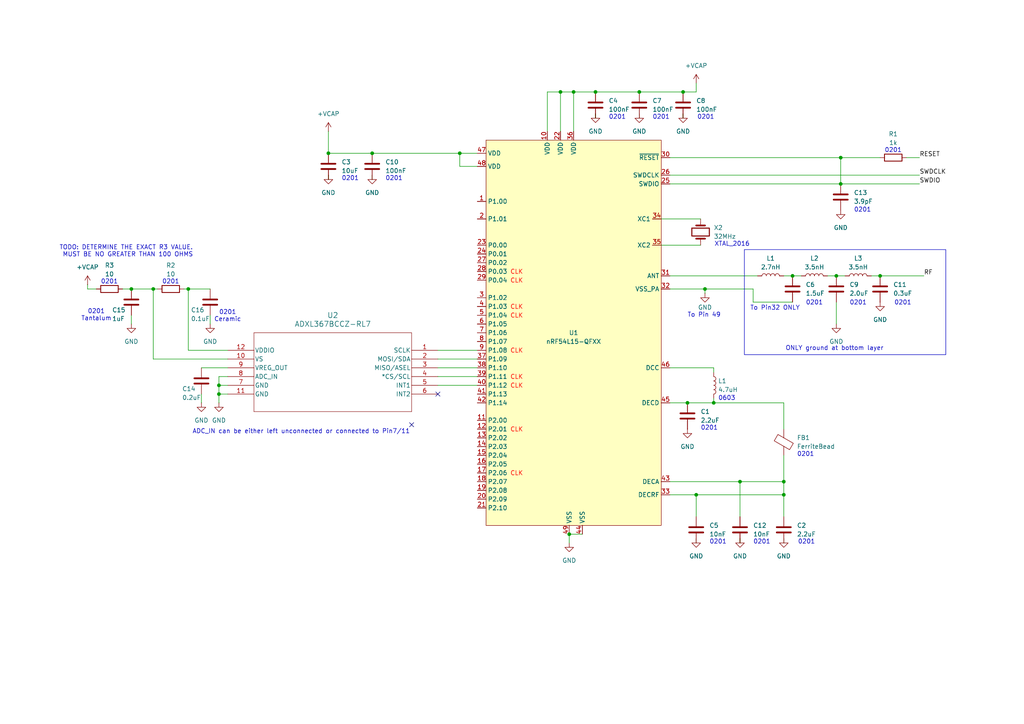
<source format=kicad_sch>
(kicad_sch
	(version 20231120)
	(generator "eeschema")
	(generator_version "8.0")
	(uuid "202c21b7-9146-475e-91c1-a43f436cb558")
	(paper "A4")
	(lib_symbols
		(symbol "Device:C"
			(pin_numbers hide)
			(pin_names
				(offset 0.254)
			)
			(exclude_from_sim no)
			(in_bom yes)
			(on_board yes)
			(property "Reference" "C"
				(at 0.635 2.54 0)
				(effects
					(font
						(size 1.27 1.27)
					)
					(justify left)
				)
			)
			(property "Value" "C"
				(at 0.635 -2.54 0)
				(effects
					(font
						(size 1.27 1.27)
					)
					(justify left)
				)
			)
			(property "Footprint" ""
				(at 0.9652 -3.81 0)
				(effects
					(font
						(size 1.27 1.27)
					)
					(hide yes)
				)
			)
			(property "Datasheet" "~"
				(at 0 0 0)
				(effects
					(font
						(size 1.27 1.27)
					)
					(hide yes)
				)
			)
			(property "Description" "Unpolarized capacitor"
				(at 0 0 0)
				(effects
					(font
						(size 1.27 1.27)
					)
					(hide yes)
				)
			)
			(property "ki_keywords" "cap capacitor"
				(at 0 0 0)
				(effects
					(font
						(size 1.27 1.27)
					)
					(hide yes)
				)
			)
			(property "ki_fp_filters" "C_*"
				(at 0 0 0)
				(effects
					(font
						(size 1.27 1.27)
					)
					(hide yes)
				)
			)
			(symbol "C_0_1"
				(polyline
					(pts
						(xy -2.032 -0.762) (xy 2.032 -0.762)
					)
					(stroke
						(width 0.508)
						(type default)
					)
					(fill
						(type none)
					)
				)
				(polyline
					(pts
						(xy -2.032 0.762) (xy 2.032 0.762)
					)
					(stroke
						(width 0.508)
						(type default)
					)
					(fill
						(type none)
					)
				)
			)
			(symbol "C_1_1"
				(pin passive line
					(at 0 3.81 270)
					(length 2.794)
					(name "~"
						(effects
							(font
								(size 1.27 1.27)
							)
						)
					)
					(number "1"
						(effects
							(font
								(size 1.27 1.27)
							)
						)
					)
				)
				(pin passive line
					(at 0 -3.81 90)
					(length 2.794)
					(name "~"
						(effects
							(font
								(size 1.27 1.27)
							)
						)
					)
					(number "2"
						(effects
							(font
								(size 1.27 1.27)
							)
						)
					)
				)
			)
		)
		(symbol "Device:Crystal"
			(pin_numbers hide)
			(pin_names
				(offset 1.016) hide)
			(exclude_from_sim no)
			(in_bom yes)
			(on_board yes)
			(property "Reference" "Y"
				(at 0 3.81 0)
				(effects
					(font
						(size 1.27 1.27)
					)
				)
			)
			(property "Value" "Crystal"
				(at 0 -3.81 0)
				(effects
					(font
						(size 1.27 1.27)
					)
				)
			)
			(property "Footprint" ""
				(at 0 0 0)
				(effects
					(font
						(size 1.27 1.27)
					)
					(hide yes)
				)
			)
			(property "Datasheet" "~"
				(at 0 0 0)
				(effects
					(font
						(size 1.27 1.27)
					)
					(hide yes)
				)
			)
			(property "Description" "Two pin crystal"
				(at 0 0 0)
				(effects
					(font
						(size 1.27 1.27)
					)
					(hide yes)
				)
			)
			(property "ki_keywords" "quartz ceramic resonator oscillator"
				(at 0 0 0)
				(effects
					(font
						(size 1.27 1.27)
					)
					(hide yes)
				)
			)
			(property "ki_fp_filters" "Crystal*"
				(at 0 0 0)
				(effects
					(font
						(size 1.27 1.27)
					)
					(hide yes)
				)
			)
			(symbol "Crystal_0_1"
				(rectangle
					(start -1.143 2.54)
					(end 1.143 -2.54)
					(stroke
						(width 0.3048)
						(type default)
					)
					(fill
						(type none)
					)
				)
				(polyline
					(pts
						(xy -2.54 0) (xy -1.905 0)
					)
					(stroke
						(width 0)
						(type default)
					)
					(fill
						(type none)
					)
				)
				(polyline
					(pts
						(xy -1.905 -1.27) (xy -1.905 1.27)
					)
					(stroke
						(width 0.508)
						(type default)
					)
					(fill
						(type none)
					)
				)
				(polyline
					(pts
						(xy 1.905 -1.27) (xy 1.905 1.27)
					)
					(stroke
						(width 0.508)
						(type default)
					)
					(fill
						(type none)
					)
				)
				(polyline
					(pts
						(xy 2.54 0) (xy 1.905 0)
					)
					(stroke
						(width 0)
						(type default)
					)
					(fill
						(type none)
					)
				)
			)
			(symbol "Crystal_1_1"
				(pin passive line
					(at -3.81 0 0)
					(length 1.27)
					(name "1"
						(effects
							(font
								(size 1.27 1.27)
							)
						)
					)
					(number "1"
						(effects
							(font
								(size 1.27 1.27)
							)
						)
					)
				)
				(pin passive line
					(at 3.81 0 180)
					(length 1.27)
					(name "2"
						(effects
							(font
								(size 1.27 1.27)
							)
						)
					)
					(number "2"
						(effects
							(font
								(size 1.27 1.27)
							)
						)
					)
				)
			)
		)
		(symbol "Device:FerriteBead"
			(pin_numbers hide)
			(pin_names
				(offset 0)
			)
			(exclude_from_sim no)
			(in_bom yes)
			(on_board yes)
			(property "Reference" "FB"
				(at -3.81 0.635 90)
				(effects
					(font
						(size 1.27 1.27)
					)
				)
			)
			(property "Value" "FerriteBead"
				(at 3.81 0 90)
				(effects
					(font
						(size 1.27 1.27)
					)
				)
			)
			(property "Footprint" ""
				(at -1.778 0 90)
				(effects
					(font
						(size 1.27 1.27)
					)
					(hide yes)
				)
			)
			(property "Datasheet" "~"
				(at 0 0 0)
				(effects
					(font
						(size 1.27 1.27)
					)
					(hide yes)
				)
			)
			(property "Description" "Ferrite bead"
				(at 0 0 0)
				(effects
					(font
						(size 1.27 1.27)
					)
					(hide yes)
				)
			)
			(property "ki_keywords" "L ferrite bead inductor filter"
				(at 0 0 0)
				(effects
					(font
						(size 1.27 1.27)
					)
					(hide yes)
				)
			)
			(property "ki_fp_filters" "Inductor_* L_* *Ferrite*"
				(at 0 0 0)
				(effects
					(font
						(size 1.27 1.27)
					)
					(hide yes)
				)
			)
			(symbol "FerriteBead_0_1"
				(polyline
					(pts
						(xy 0 -1.27) (xy 0 -1.2192)
					)
					(stroke
						(width 0)
						(type default)
					)
					(fill
						(type none)
					)
				)
				(polyline
					(pts
						(xy 0 1.27) (xy 0 1.2954)
					)
					(stroke
						(width 0)
						(type default)
					)
					(fill
						(type none)
					)
				)
				(polyline
					(pts
						(xy -2.7686 0.4064) (xy -1.7018 2.2606) (xy 2.7686 -0.3048) (xy 1.6764 -2.159) (xy -2.7686 0.4064)
					)
					(stroke
						(width 0)
						(type default)
					)
					(fill
						(type none)
					)
				)
			)
			(symbol "FerriteBead_1_1"
				(pin passive line
					(at 0 3.81 270)
					(length 2.54)
					(name "~"
						(effects
							(font
								(size 1.27 1.27)
							)
						)
					)
					(number "1"
						(effects
							(font
								(size 1.27 1.27)
							)
						)
					)
				)
				(pin passive line
					(at 0 -3.81 90)
					(length 2.54)
					(name "~"
						(effects
							(font
								(size 1.27 1.27)
							)
						)
					)
					(number "2"
						(effects
							(font
								(size 1.27 1.27)
							)
						)
					)
				)
			)
		)
		(symbol "Device:L"
			(pin_numbers hide)
			(pin_names
				(offset 1.016) hide)
			(exclude_from_sim no)
			(in_bom yes)
			(on_board yes)
			(property "Reference" "L"
				(at -1.27 0 90)
				(effects
					(font
						(size 1.27 1.27)
					)
				)
			)
			(property "Value" "L"
				(at 1.905 0 90)
				(effects
					(font
						(size 1.27 1.27)
					)
				)
			)
			(property "Footprint" ""
				(at 0 0 0)
				(effects
					(font
						(size 1.27 1.27)
					)
					(hide yes)
				)
			)
			(property "Datasheet" "~"
				(at 0 0 0)
				(effects
					(font
						(size 1.27 1.27)
					)
					(hide yes)
				)
			)
			(property "Description" "Inductor"
				(at 0 0 0)
				(effects
					(font
						(size 1.27 1.27)
					)
					(hide yes)
				)
			)
			(property "ki_keywords" "inductor choke coil reactor magnetic"
				(at 0 0 0)
				(effects
					(font
						(size 1.27 1.27)
					)
					(hide yes)
				)
			)
			(property "ki_fp_filters" "Choke_* *Coil* Inductor_* L_*"
				(at 0 0 0)
				(effects
					(font
						(size 1.27 1.27)
					)
					(hide yes)
				)
			)
			(symbol "L_0_1"
				(arc
					(start 0 -2.54)
					(mid 0.6323 -1.905)
					(end 0 -1.27)
					(stroke
						(width 0)
						(type default)
					)
					(fill
						(type none)
					)
				)
				(arc
					(start 0 -1.27)
					(mid 0.6323 -0.635)
					(end 0 0)
					(stroke
						(width 0)
						(type default)
					)
					(fill
						(type none)
					)
				)
				(arc
					(start 0 0)
					(mid 0.6323 0.635)
					(end 0 1.27)
					(stroke
						(width 0)
						(type default)
					)
					(fill
						(type none)
					)
				)
				(arc
					(start 0 1.27)
					(mid 0.6323 1.905)
					(end 0 2.54)
					(stroke
						(width 0)
						(type default)
					)
					(fill
						(type none)
					)
				)
			)
			(symbol "L_1_1"
				(pin passive line
					(at 0 3.81 270)
					(length 1.27)
					(name "1"
						(effects
							(font
								(size 1.27 1.27)
							)
						)
					)
					(number "1"
						(effects
							(font
								(size 1.27 1.27)
							)
						)
					)
				)
				(pin passive line
					(at 0 -3.81 90)
					(length 1.27)
					(name "2"
						(effects
							(font
								(size 1.27 1.27)
							)
						)
					)
					(number "2"
						(effects
							(font
								(size 1.27 1.27)
							)
						)
					)
				)
			)
		)
		(symbol "Device:R"
			(pin_numbers hide)
			(pin_names
				(offset 0)
			)
			(exclude_from_sim no)
			(in_bom yes)
			(on_board yes)
			(property "Reference" "R"
				(at 2.032 0 90)
				(effects
					(font
						(size 1.27 1.27)
					)
				)
			)
			(property "Value" "R"
				(at 0 0 90)
				(effects
					(font
						(size 1.27 1.27)
					)
				)
			)
			(property "Footprint" ""
				(at -1.778 0 90)
				(effects
					(font
						(size 1.27 1.27)
					)
					(hide yes)
				)
			)
			(property "Datasheet" "~"
				(at 0 0 0)
				(effects
					(font
						(size 1.27 1.27)
					)
					(hide yes)
				)
			)
			(property "Description" "Resistor"
				(at 0 0 0)
				(effects
					(font
						(size 1.27 1.27)
					)
					(hide yes)
				)
			)
			(property "ki_keywords" "R res resistor"
				(at 0 0 0)
				(effects
					(font
						(size 1.27 1.27)
					)
					(hide yes)
				)
			)
			(property "ki_fp_filters" "R_*"
				(at 0 0 0)
				(effects
					(font
						(size 1.27 1.27)
					)
					(hide yes)
				)
			)
			(symbol "R_0_1"
				(rectangle
					(start -1.016 -2.54)
					(end 1.016 2.54)
					(stroke
						(width 0.254)
						(type default)
					)
					(fill
						(type none)
					)
				)
			)
			(symbol "R_1_1"
				(pin passive line
					(at 0 3.81 270)
					(length 1.27)
					(name "~"
						(effects
							(font
								(size 1.27 1.27)
							)
						)
					)
					(number "1"
						(effects
							(font
								(size 1.27 1.27)
							)
						)
					)
				)
				(pin passive line
					(at 0 -3.81 90)
					(length 1.27)
					(name "~"
						(effects
							(font
								(size 1.27 1.27)
							)
						)
					)
					(number "2"
						(effects
							(font
								(size 1.27 1.27)
							)
						)
					)
				)
			)
		)
		(symbol "earworm:ADXL367BCCZ-RL7"
			(pin_names
				(offset 0.254)
			)
			(exclude_from_sim no)
			(in_bom yes)
			(on_board yes)
			(property "Reference" "U"
				(at 30.48 10.16 0)
				(effects
					(font
						(size 1.524 1.524)
					)
				)
			)
			(property "Value" "ADXL367BCCZ-RL7"
				(at 30.48 7.62 0)
				(effects
					(font
						(size 1.524 1.524)
					)
				)
			)
			(property "Footprint" ""
				(at 9.652 13.97 0)
				(effects
					(font
						(size 1.27 1.27)
						(italic yes)
					)
					(hide yes)
				)
			)
			(property "Datasheet" ""
				(at 7.874 28.702 0)
				(effects
					(font
						(size 1.27 1.27)
						(italic yes)
					)
					(hide yes)
				)
			)
			(property "Description" ""
				(at 0 0 0)
				(effects
					(font
						(size 1.27 1.27)
					)
					(hide yes)
				)
			)
			(property "ki_locked" ""
				(at 0 0 0)
				(effects
					(font
						(size 1.27 1.27)
					)
				)
			)
			(property "ki_keywords" "ADXL367BCCZ-RL7"
				(at 0 0 0)
				(effects
					(font
						(size 1.27 1.27)
					)
					(hide yes)
				)
			)
			(property "ki_fp_filters" "CC-12-4_ADI CC-12-4_ADI-M CC-12-4_ADI-L"
				(at 0 0 0)
				(effects
					(font
						(size 1.27 1.27)
					)
					(hide yes)
				)
			)
			(symbol "ADXL367BCCZ-RL7_0_1"
				(polyline
					(pts
						(xy 7.62 -17.78) (xy 53.34 -17.78)
					)
					(stroke
						(width 0.127)
						(type default)
					)
					(fill
						(type none)
					)
				)
				(polyline
					(pts
						(xy 7.62 5.08) (xy 7.62 -17.78)
					)
					(stroke
						(width 0.127)
						(type default)
					)
					(fill
						(type none)
					)
				)
				(polyline
					(pts
						(xy 53.34 -17.78) (xy 53.34 5.08)
					)
					(stroke
						(width 0.127)
						(type default)
					)
					(fill
						(type none)
					)
				)
				(polyline
					(pts
						(xy 53.34 5.08) (xy 7.62 5.08)
					)
					(stroke
						(width 0.127)
						(type default)
					)
					(fill
						(type none)
					)
				)
				(pin input line
					(at 0 0 0)
					(length 7.62)
					(name "SCLK"
						(effects
							(font
								(size 1.27 1.27)
							)
						)
					)
					(number "1"
						(effects
							(font
								(size 1.27 1.27)
							)
						)
					)
				)
				(pin power_in line
					(at 60.96 -2.54 180)
					(length 7.62)
					(name "VS"
						(effects
							(font
								(size 1.27 1.27)
							)
						)
					)
					(number "10"
						(effects
							(font
								(size 1.27 1.27)
							)
						)
					)
				)
				(pin power_out line
					(at 60.96 -12.7 180)
					(length 7.62)
					(name "GND"
						(effects
							(font
								(size 1.27 1.27)
							)
						)
					)
					(number "11"
						(effects
							(font
								(size 1.27 1.27)
							)
						)
					)
				)
				(pin power_in line
					(at 60.96 0 180)
					(length 7.62)
					(name "VDDIO"
						(effects
							(font
								(size 1.27 1.27)
							)
						)
					)
					(number "12"
						(effects
							(font
								(size 1.27 1.27)
							)
						)
					)
				)
				(pin output line
					(at 0 -2.54 0)
					(length 7.62)
					(name "MOSI/SDA"
						(effects
							(font
								(size 1.27 1.27)
							)
						)
					)
					(number "2"
						(effects
							(font
								(size 1.27 1.27)
							)
						)
					)
				)
				(pin input line
					(at 0 -5.08 0)
					(length 7.62)
					(name "MISO/ASEL"
						(effects
							(font
								(size 1.27 1.27)
							)
						)
					)
					(number "3"
						(effects
							(font
								(size 1.27 1.27)
							)
						)
					)
				)
				(pin input line
					(at 0 -7.62 0)
					(length 7.62)
					(name "*CS/SCL"
						(effects
							(font
								(size 1.27 1.27)
							)
						)
					)
					(number "4"
						(effects
							(font
								(size 1.27 1.27)
							)
						)
					)
				)
				(pin output line
					(at 0 -10.16 0)
					(length 7.62)
					(name "INT1"
						(effects
							(font
								(size 1.27 1.27)
							)
						)
					)
					(number "5"
						(effects
							(font
								(size 1.27 1.27)
							)
						)
					)
				)
				(pin output line
					(at 0 -12.7 0)
					(length 7.62)
					(name "INT2"
						(effects
							(font
								(size 1.27 1.27)
							)
						)
					)
					(number "6"
						(effects
							(font
								(size 1.27 1.27)
							)
						)
					)
				)
				(pin power_out line
					(at 60.96 -10.16 180)
					(length 7.62)
					(name "GND"
						(effects
							(font
								(size 1.27 1.27)
							)
						)
					)
					(number "7"
						(effects
							(font
								(size 1.27 1.27)
							)
						)
					)
				)
				(pin input line
					(at 60.96 -7.62 180)
					(length 7.62)
					(name "ADC_IN"
						(effects
							(font
								(size 1.27 1.27)
							)
						)
					)
					(number "8"
						(effects
							(font
								(size 1.27 1.27)
							)
						)
					)
				)
				(pin output line
					(at 60.96 -5.08 180)
					(length 7.62)
					(name "VREG_OUT"
						(effects
							(font
								(size 1.27 1.27)
							)
						)
					)
					(number "9"
						(effects
							(font
								(size 1.27 1.27)
							)
						)
					)
				)
			)
		)
		(symbol "earworm:nRF54L15-QFXX"
			(exclude_from_sim no)
			(in_bom yes)
			(on_board yes)
			(property "Reference" "U1"
				(at 0 0 0)
				(effects
					(font
						(size 1.27 1.27)
					)
				)
			)
			(property "Value" "nRF54L15-QFXX"
				(at 0 -2.54 0)
				(effects
					(font
						(size 1.27 1.27)
					)
				)
			)
			(property "Footprint" "Package_DFN_QFN:QFN-48-1EP_6x6mm_P0.4mm_EP4.6x4.6mm"
				(at 0 -73.66 0)
				(effects
					(font
						(size 1.27 1.27)
					)
					(hide yes)
				)
			)
			(property "Datasheet" "https://docs.nordicsemi.com/bundle/ps_nrf54L15"
				(at 0 -76.2 0)
				(effects
					(font
						(size 1.27 1.27)
					)
					(hide yes)
				)
			)
			(property "Description" "nRF54L Dual Core Multiprotocol BLE SoC"
				(at 0 -71.12 0)
				(effects
					(font
						(size 1.27 1.27)
					)
					(hide yes)
				)
			)
			(property "ki_keywords" "BLE SoC nRF"
				(at 0 0 0)
				(effects
					(font
						(size 1.27 1.27)
					)
					(hide yes)
				)
			)
			(property "ki_fp_filters" "QFN*48*1EP*6x6mm*P0.4mm*EP4.6x4.6mm*"
				(at 0 0 0)
				(effects
					(font
						(size 1.27 1.27)
					)
					(hide yes)
				)
			)
			(symbol "nRF54L15-QFXX_0_0"
				(pin bidirectional line
					(at -27.94 25.4 0)
					(length 2.54)
					(name "P0.00"
						(effects
							(font
								(size 1.27 1.27)
							)
						)
					)
					(number "23"
						(effects
							(font
								(size 1.27 1.27)
							)
						)
					)
				)
				(pin bidirectional line
					(at -27.94 22.86 0)
					(length 2.54)
					(name "P0.01"
						(effects
							(font
								(size 1.27 1.27)
							)
						)
					)
					(number "24"
						(effects
							(font
								(size 1.27 1.27)
							)
						)
					)
				)
				(pin bidirectional line
					(at 27.94 43.18 180)
					(length 2.54)
					(name "SWDIO"
						(effects
							(font
								(size 1.27 1.27)
							)
						)
					)
					(number "25"
						(effects
							(font
								(size 1.27 1.27)
							)
						)
					)
				)
				(pin bidirectional line
					(at -27.94 20.32 0)
					(length 2.54)
					(name "P0.02"
						(effects
							(font
								(size 1.27 1.27)
							)
						)
					)
					(number "27"
						(effects
							(font
								(size 1.27 1.27)
							)
						)
					)
				)
				(pin input line
					(at 27.94 50.8 180)
					(length 2.54)
					(name "~{RESET}"
						(effects
							(font
								(size 1.27 1.27)
							)
						)
					)
					(number "30"
						(effects
							(font
								(size 1.27 1.27)
							)
						)
					)
				)
				(pin output line
					(at 27.94 16.51 180)
					(length 2.54)
					(name "ANT"
						(effects
							(font
								(size 1.27 1.27)
							)
						)
					)
					(number "31"
						(effects
							(font
								(size 1.27 1.27)
							)
						)
					)
				)
				(pin passive line
					(at 27.94 -46.99 180)
					(length 2.54)
					(name "DECRF"
						(effects
							(font
								(size 1.27 1.27)
							)
						)
					)
					(number "33"
						(effects
							(font
								(size 1.27 1.27)
							)
						)
					)
				)
				(pin bidirectional line
					(at 25.4 33.02 180)
					(length 2.54)
					(name "XC1"
						(effects
							(font
								(size 1.27 1.27)
							)
						)
					)
					(number "34"
						(effects
							(font
								(size 1.27 1.27)
							)
						)
					)
				)
				(pin bidirectional line
					(at 25.4 25.4 180)
					(length 2.54)
					(name "XC2"
						(effects
							(font
								(size 1.27 1.27)
							)
						)
					)
					(number "35"
						(effects
							(font
								(size 1.27 1.27)
							)
						)
					)
				)
				(pin passive line
					(at 27.94 -43.18 180)
					(length 2.54)
					(name "DECA"
						(effects
							(font
								(size 1.27 1.27)
							)
						)
					)
					(number "43"
						(effects
							(font
								(size 1.27 1.27)
							)
						)
					)
				)
				(pin power_in line
					(at 2.54 -58.42 90)
					(length 2.54)
					(name "VSS"
						(effects
							(font
								(size 1.27 1.27)
							)
						)
					)
					(number "44"
						(effects
							(font
								(size 1.27 1.27)
							)
						)
					)
				)
				(pin passive line
					(at 27.94 -20.32 180)
					(length 2.54)
					(name "DECD"
						(effects
							(font
								(size 1.27 1.27)
							)
						)
					)
					(number "45"
						(effects
							(font
								(size 1.27 1.27)
							)
						)
					)
				)
				(pin power_out line
					(at 27.94 -10.16 180)
					(length 2.54)
					(name "DCC"
						(effects
							(font
								(size 1.27 1.27)
							)
						)
					)
					(number "46"
						(effects
							(font
								(size 1.27 1.27)
							)
						)
					)
				)
			)
			(symbol "nRF54L15-QFXX_1_0"
				(pin bidirectional line
					(at -27.94 38.1 0)
					(length 2.54)
					(name "P1.00"
						(effects
							(font
								(size 1.27 1.27)
							)
						)
					)
					(number "1"
						(effects
							(font
								(size 1.27 1.27)
							)
						)
					)
					(alternate "XL1" bidirectional line)
				)
				(pin power_in line
					(at -7.62 58.42 270)
					(length 2.54)
					(name "VDD"
						(effects
							(font
								(size 1.27 1.27)
							)
						)
					)
					(number "10"
						(effects
							(font
								(size 1.27 1.27)
							)
						)
					)
				)
				(pin bidirectional line
					(at -27.94 -25.4 0)
					(length 2.54)
					(name "P2.00"
						(effects
							(font
								(size 1.27 1.27)
							)
						)
					)
					(number "11"
						(effects
							(font
								(size 1.27 1.27)
							)
						)
					)
					(alternate "QSPI_D3" bidirectional line)
					(alternate "SPIM_DCX" output line)
					(alternate "UARTE_RXD" input line)
				)
				(pin bidirectional line
					(at -27.94 -27.94 0)
					(length 2.54)
					(name "P2.01"
						(effects
							(font
								(size 1.27 1.27)
							)
						)
					)
					(number "12"
						(effects
							(font
								(size 1.27 1.27)
							)
						)
					)
					(alternate "QSPI_SCK" output line)
					(alternate "SPIM_SCK" output line)
					(alternate "SPIS_SCK" output line)
				)
				(pin bidirectional line
					(at -27.94 -30.48 0)
					(length 2.54)
					(name "P2.02"
						(effects
							(font
								(size 1.27 1.27)
							)
						)
					)
					(number "13"
						(effects
							(font
								(size 1.27 1.27)
							)
						)
					)
					(alternate "QSPI_D0" bidirectional line)
					(alternate "SPIM_MOSI" output line)
					(alternate "SPIS_MISO" output line)
					(alternate "SWO" output line)
					(alternate "UARTE_TXD" output line)
				)
				(pin bidirectional line
					(at -27.94 -33.02 0)
					(length 2.54)
					(name "P2.03"
						(effects
							(font
								(size 1.27 1.27)
							)
						)
					)
					(number "14"
						(effects
							(font
								(size 1.27 1.27)
							)
						)
					)
					(alternate "QSPI_D2" bidirectional line)
				)
				(pin bidirectional line
					(at -27.94 -35.56 0)
					(length 2.54)
					(name "P2.04"
						(effects
							(font
								(size 1.27 1.27)
							)
						)
					)
					(number "15"
						(effects
							(font
								(size 1.27 1.27)
							)
						)
					)
					(alternate "QSPI_D1" bidirectional line)
					(alternate "SPIM_MISO" input line)
					(alternate "SPIS_MOSI" input line)
					(alternate "UARTE_CTS" input line)
				)
				(pin bidirectional line
					(at -27.94 -38.1 0)
					(length 2.54)
					(name "P2.05"
						(effects
							(font
								(size 1.27 1.27)
							)
						)
					)
					(number "16"
						(effects
							(font
								(size 1.27 1.27)
							)
						)
					)
					(alternate "QSPI_CS" output line)
					(alternate "SPIM_CS" output line)
					(alternate "UARTE_RTS" output line)
				)
				(pin bidirectional line
					(at -27.94 -40.64 0)
					(length 2.54)
					(name "P2.06"
						(effects
							(font
								(size 1.27 1.27)
							)
						)
					)
					(number "17"
						(effects
							(font
								(size 1.27 1.27)
							)
						)
					)
					(alternate "SPIM_SCK" output line)
					(alternate "SPIS_SCK" input line)
					(alternate "TRACE_CLK" input line)
				)
				(pin bidirectional line
					(at -27.94 -43.18 0)
					(length 2.54)
					(name "P2.07"
						(effects
							(font
								(size 1.27 1.27)
							)
						)
					)
					(number "18"
						(effects
							(font
								(size 1.27 1.27)
							)
						)
					)
					(alternate "SPIM_DCX" output line)
					(alternate "SWO" output line)
					(alternate "TRACEDATA[0]" output line)
					(alternate "UARTE_RXD" input line)
				)
				(pin bidirectional line
					(at -27.94 -45.72 0)
					(length 2.54)
					(name "P2.08"
						(effects
							(font
								(size 1.27 1.27)
							)
						)
					)
					(number "19"
						(effects
							(font
								(size 1.27 1.27)
							)
						)
					)
					(alternate "SPIM_MOSI" output line)
					(alternate "SPIS_MISO" input line)
					(alternate "TRACEDATA[1]" output line)
					(alternate "UARTE_TXD" output line)
				)
				(pin bidirectional line
					(at -27.94 33.02 0)
					(length 2.54)
					(name "P1.01"
						(effects
							(font
								(size 1.27 1.27)
							)
						)
					)
					(number "2"
						(effects
							(font
								(size 1.27 1.27)
							)
						)
					)
					(alternate "XL2" bidirectional line)
				)
				(pin bidirectional line
					(at -27.94 -48.26 0)
					(length 2.54)
					(name "P2.09"
						(effects
							(font
								(size 1.27 1.27)
							)
						)
					)
					(number "20"
						(effects
							(font
								(size 1.27 1.27)
							)
						)
					)
					(alternate "SPIM_MISO" input line)
					(alternate "SPIS_MOSI" input line)
					(alternate "TRACEDATA[2]" output line)
					(alternate "UARTE_CTS" input line)
				)
				(pin bidirectional line
					(at -27.94 -50.8 0)
					(length 2.54)
					(name "P2.10"
						(effects
							(font
								(size 1.27 1.27)
							)
						)
					)
					(number "21"
						(effects
							(font
								(size 1.27 1.27)
							)
						)
					)
					(alternate "SPIM_CS" output line)
					(alternate "TRACEDATA[3]" output line)
					(alternate "UARTE_RTS" output line)
				)
				(pin power_in line
					(at -3.81 58.42 270)
					(length 2.54)
					(name "VDD"
						(effects
							(font
								(size 1.27 1.27)
							)
						)
					)
					(number "22"
						(effects
							(font
								(size 1.27 1.27)
							)
						)
					)
				)
				(pin input line
					(at 27.94 45.72 180)
					(length 2.54)
					(name "SWDCLK"
						(effects
							(font
								(size 1.27 1.27)
							)
						)
					)
					(number "26"
						(effects
							(font
								(size 1.27 1.27)
							)
						)
					)
				)
				(pin bidirectional line
					(at -27.94 17.78 0)
					(length 2.54)
					(name "P0.03"
						(effects
							(font
								(size 1.27 1.27)
							)
						)
					)
					(number "28"
						(effects
							(font
								(size 1.27 1.27)
							)
						)
					)
					(alternate "GRTCPWM" output line)
				)
				(pin bidirectional line
					(at -27.94 15.24 0)
					(length 2.54)
					(name "P0.04"
						(effects
							(font
								(size 1.27 1.27)
							)
						)
					)
					(number "29"
						(effects
							(font
								(size 1.27 1.27)
							)
						)
					)
					(alternate "GRTCLFCLKOUT" output line)
				)
				(pin bidirectional line
					(at -27.94 10.16 0)
					(length 2.54)
					(name "P1.02"
						(effects
							(font
								(size 1.27 1.27)
							)
						)
					)
					(number "3"
						(effects
							(font
								(size 1.27 1.27)
							)
						)
					)
					(alternate "NFC1" bidirectional line)
				)
				(pin power_in line
					(at 27.94 12.7 180)
					(length 2.54)
					(name "VSS_PA"
						(effects
							(font
								(size 1.27 1.27)
							)
						)
					)
					(number "32"
						(effects
							(font
								(size 1.27 1.27)
							)
						)
					)
				)
				(pin power_in line
					(at 0 58.42 270)
					(length 2.54)
					(name "VDD"
						(effects
							(font
								(size 1.27 1.27)
							)
						)
					)
					(number "36"
						(effects
							(font
								(size 1.27 1.27)
							)
						)
					)
				)
				(pin bidirectional line
					(at -27.94 -7.62 0)
					(length 2.54)
					(name "P1.09"
						(effects
							(font
								(size 1.27 1.27)
							)
						)
					)
					(number "37"
						(effects
							(font
								(size 1.27 1.27)
							)
						)
					)
					(alternate "ASO[2]" output line)
				)
				(pin bidirectional line
					(at -27.94 -10.16 0)
					(length 2.54)
					(name "P1.10"
						(effects
							(font
								(size 1.27 1.27)
							)
						)
					)
					(number "38"
						(effects
							(font
								(size 1.27 1.27)
							)
						)
					)
					(alternate "ASI[2]" input line)
				)
				(pin bidirectional line
					(at -27.94 -12.7 0)
					(length 2.54)
					(name "P1.11"
						(effects
							(font
								(size 1.27 1.27)
							)
						)
					)
					(number "39"
						(effects
							(font
								(size 1.27 1.27)
							)
						)
					)
					(alternate "AIN4" input line)
					(alternate "ASO[3]" output line)
				)
				(pin bidirectional line
					(at -27.94 7.62 0)
					(length 2.54)
					(name "P1.03"
						(effects
							(font
								(size 1.27 1.27)
							)
						)
					)
					(number "4"
						(effects
							(font
								(size 1.27 1.27)
							)
						)
					)
					(alternate "NFC2" bidirectional line)
				)
				(pin bidirectional line
					(at -27.94 -15.24 0)
					(length 2.54)
					(name "P1.12"
						(effects
							(font
								(size 1.27 1.27)
							)
						)
					)
					(number "40"
						(effects
							(font
								(size 1.27 1.27)
							)
						)
					)
					(alternate "AIN5" input line)
					(alternate "ASI[3]" input line)
				)
				(pin bidirectional line
					(at -27.94 -17.78 0)
					(length 2.54)
					(name "P1.13"
						(effects
							(font
								(size 1.27 1.27)
							)
						)
					)
					(number "41"
						(effects
							(font
								(size 1.27 1.27)
							)
						)
					)
					(alternate "AIN6" input line)
				)
				(pin bidirectional line
					(at -27.94 -20.32 0)
					(length 2.54)
					(name "P1.14"
						(effects
							(font
								(size 1.27 1.27)
							)
						)
					)
					(number "42"
						(effects
							(font
								(size 1.27 1.27)
							)
						)
					)
					(alternate "AIN7" input line)
				)
				(pin power_in line
					(at -1.27 -58.42 90)
					(length 2.54)
					(name "VSS"
						(effects
							(font
								(size 1.27 1.27)
							)
						)
					)
					(number "49"
						(effects
							(font
								(size 1.27 1.27)
							)
						)
					)
				)
				(pin bidirectional line
					(at -27.94 5.08 0)
					(length 2.54)
					(name "P1.04"
						(effects
							(font
								(size 1.27 1.27)
							)
						)
					)
					(number "5"
						(effects
							(font
								(size 1.27 1.27)
							)
						)
					)
					(alternate "AIN0" input line)
					(alternate "ASO[0]" output line)
				)
				(pin bidirectional line
					(at -27.94 2.54 0)
					(length 2.54)
					(name "P1.05"
						(effects
							(font
								(size 1.27 1.27)
							)
						)
					)
					(number "6"
						(effects
							(font
								(size 1.27 1.27)
							)
						)
					)
					(alternate "AIN1" bidirectional line)
					(alternate "ASI[0]" input line)
				)
				(pin bidirectional line
					(at -27.94 0 0)
					(length 2.54)
					(name "P1.06"
						(effects
							(font
								(size 1.27 1.27)
							)
						)
					)
					(number "7"
						(effects
							(font
								(size 1.27 1.27)
							)
						)
					)
					(alternate "AIN2" input line)
					(alternate "ASO[1]" output line)
				)
				(pin bidirectional line
					(at -27.94 -2.54 0)
					(length 2.54)
					(name "P1.07"
						(effects
							(font
								(size 1.27 1.27)
							)
						)
					)
					(number "8"
						(effects
							(font
								(size 1.27 1.27)
							)
						)
					)
					(alternate "AIN3" input line)
					(alternate "ASI[1]" input line)
				)
				(pin bidirectional line
					(at -27.94 -5.08 0)
					(length 2.54)
					(name "P1.08"
						(effects
							(font
								(size 1.27 1.27)
							)
						)
					)
					(number "9"
						(effects
							(font
								(size 1.27 1.27)
							)
						)
					)
					(alternate "EXTREF" input line)
					(alternate "GRTCHFOUT" output line)
					(alternate "TAMPC.EXT" bidirectional line)
				)
			)
			(symbol "nRF54L15-QFXX_1_1"
				(rectangle
					(start -25.4 55.88)
					(end 25.4 -55.88)
					(stroke
						(width 0)
						(type default)
					)
					(fill
						(type background)
					)
				)
				(text "CLK"
					(at -16.51 -40.64 0)
					(effects
						(font
							(size 1.27 1.27)
							(color 255 0 0 1)
						)
					)
				)
				(text "CLK"
					(at -16.51 -27.94 0)
					(effects
						(font
							(size 1.27 1.27)
							(color 255 0 0 1)
						)
					)
				)
				(text "CLK"
					(at -16.51 -15.24 0)
					(effects
						(font
							(size 1.27 1.27)
							(color 255 0 0 1)
						)
					)
				)
				(text "CLK"
					(at -16.51 -12.7 0)
					(effects
						(font
							(size 1.27 1.27)
							(color 255 0 0 1)
						)
					)
				)
				(text "CLK"
					(at -16.51 -5.08 0)
					(effects
						(font
							(size 1.27 1.27)
							(color 255 0 0 1)
						)
					)
				)
				(text "CLK"
					(at -16.51 5.08 0)
					(effects
						(font
							(size 1.27 1.27)
							(color 255 0 0 1)
						)
					)
				)
				(text "CLK"
					(at -16.51 7.62 0)
					(effects
						(font
							(size 1.27 1.27)
							(color 255 0 0 1)
						)
					)
				)
				(text "CLK"
					(at -16.51 15.24 0)
					(effects
						(font
							(size 1.27 1.27)
							(color 255 0 0 1)
						)
					)
				)
				(text "CLK"
					(at -16.51 17.78 0)
					(effects
						(font
							(size 1.27 1.27)
							(color 255 0 0 1)
						)
					)
				)
				(pin power_in line
					(at -27.94 52.07 0)
					(length 2.54)
					(name "VDD"
						(effects
							(font
								(size 1.27 1.27)
							)
						)
					)
					(number "47"
						(effects
							(font
								(size 1.27 1.27)
							)
						)
					)
				)
				(pin power_in line
					(at -27.94 48.26 0)
					(length 2.54)
					(name "VDD"
						(effects
							(font
								(size 1.27 1.27)
							)
						)
					)
					(number "48"
						(effects
							(font
								(size 1.27 1.27)
							)
						)
					)
				)
			)
		)
		(symbol "power:+1V0"
			(power)
			(pin_numbers hide)
			(pin_names
				(offset 0) hide)
			(exclude_from_sim no)
			(in_bom yes)
			(on_board yes)
			(property "Reference" "#PWR"
				(at 0 -3.81 0)
				(effects
					(font
						(size 1.27 1.27)
					)
					(hide yes)
				)
			)
			(property "Value" "+1V0"
				(at 0 3.556 0)
				(effects
					(font
						(size 1.27 1.27)
					)
				)
			)
			(property "Footprint" ""
				(at 0 0 0)
				(effects
					(font
						(size 1.27 1.27)
					)
					(hide yes)
				)
			)
			(property "Datasheet" ""
				(at 0 0 0)
				(effects
					(font
						(size 1.27 1.27)
					)
					(hide yes)
				)
			)
			(property "Description" "Power symbol creates a global label with name \"+1V0\""
				(at 0 0 0)
				(effects
					(font
						(size 1.27 1.27)
					)
					(hide yes)
				)
			)
			(property "ki_keywords" "global power"
				(at 0 0 0)
				(effects
					(font
						(size 1.27 1.27)
					)
					(hide yes)
				)
			)
			(symbol "+1V0_0_1"
				(polyline
					(pts
						(xy -0.762 1.27) (xy 0 2.54)
					)
					(stroke
						(width 0)
						(type default)
					)
					(fill
						(type none)
					)
				)
				(polyline
					(pts
						(xy 0 0) (xy 0 2.54)
					)
					(stroke
						(width 0)
						(type default)
					)
					(fill
						(type none)
					)
				)
				(polyline
					(pts
						(xy 0 2.54) (xy 0.762 1.27)
					)
					(stroke
						(width 0)
						(type default)
					)
					(fill
						(type none)
					)
				)
			)
			(symbol "+1V0_1_1"
				(pin power_in line
					(at 0 0 90)
					(length 0)
					(name "~"
						(effects
							(font
								(size 1.27 1.27)
							)
						)
					)
					(number "1"
						(effects
							(font
								(size 1.27 1.27)
							)
						)
					)
				)
			)
		)
		(symbol "power:GND"
			(power)
			(pin_numbers hide)
			(pin_names
				(offset 0) hide)
			(exclude_from_sim no)
			(in_bom yes)
			(on_board yes)
			(property "Reference" "#PWR"
				(at 0 -6.35 0)
				(effects
					(font
						(size 1.27 1.27)
					)
					(hide yes)
				)
			)
			(property "Value" "GND"
				(at 0 -3.81 0)
				(effects
					(font
						(size 1.27 1.27)
					)
				)
			)
			(property "Footprint" ""
				(at 0 0 0)
				(effects
					(font
						(size 1.27 1.27)
					)
					(hide yes)
				)
			)
			(property "Datasheet" ""
				(at 0 0 0)
				(effects
					(font
						(size 1.27 1.27)
					)
					(hide yes)
				)
			)
			(property "Description" "Power symbol creates a global label with name \"GND\" , ground"
				(at 0 0 0)
				(effects
					(font
						(size 1.27 1.27)
					)
					(hide yes)
				)
			)
			(property "ki_keywords" "global power"
				(at 0 0 0)
				(effects
					(font
						(size 1.27 1.27)
					)
					(hide yes)
				)
			)
			(symbol "GND_0_1"
				(polyline
					(pts
						(xy 0 0) (xy 0 -1.27) (xy 1.27 -1.27) (xy 0 -2.54) (xy -1.27 -1.27) (xy 0 -1.27)
					)
					(stroke
						(width 0)
						(type default)
					)
					(fill
						(type none)
					)
				)
			)
			(symbol "GND_1_1"
				(pin power_in line
					(at 0 0 270)
					(length 0)
					(name "~"
						(effects
							(font
								(size 1.27 1.27)
							)
						)
					)
					(number "1"
						(effects
							(font
								(size 1.27 1.27)
							)
						)
					)
				)
			)
		)
	)
	(junction
		(at 162.56 26.67)
		(diameter 0)
		(color 0 0 0 0)
		(uuid "04e92c89-6877-40dc-a556-2aada4c11e6f")
	)
	(junction
		(at 44.45 83.82)
		(diameter 0)
		(color 0 0 0 0)
		(uuid "0873f65c-4983-477c-8372-ccc969d616a4")
	)
	(junction
		(at 107.95 44.45)
		(diameter 0)
		(color 0 0 0 0)
		(uuid "09559b84-446a-4c64-ad54-2b09f2ad69b3")
	)
	(junction
		(at 198.12 26.67)
		(diameter 0)
		(color 0 0 0 0)
		(uuid "0db69d45-e106-40ab-bde5-18aefa7e4258")
	)
	(junction
		(at 242.57 80.01)
		(diameter 0)
		(color 0 0 0 0)
		(uuid "169bb348-578f-4467-8ae7-339b2c211ad2")
	)
	(junction
		(at 54.61 83.82)
		(diameter 0)
		(color 0 0 0 0)
		(uuid "1913e7c2-e85e-4679-9121-aa270b3c9464")
	)
	(junction
		(at 38.1 83.82)
		(diameter 0)
		(color 0 0 0 0)
		(uuid "22114b42-6466-49fe-81fa-0e51c2d2c6fe")
	)
	(junction
		(at 243.84 45.72)
		(diameter 0)
		(color 0 0 0 0)
		(uuid "27a07712-6f3c-4fb2-abc8-633957d69bf3")
	)
	(junction
		(at 243.84 53.34)
		(diameter 0)
		(color 0 0 0 0)
		(uuid "307b43c6-5251-44e2-814e-a70c6b321cf7")
	)
	(junction
		(at 165.1 154.94)
		(diameter 0)
		(color 0 0 0 0)
		(uuid "322f85e9-ac35-4a33-b3e8-198f63b42683")
	)
	(junction
		(at 227.33 143.51)
		(diameter 0)
		(color 0 0 0 0)
		(uuid "53e1f766-ade9-4691-a921-f4aeefba8ee7")
	)
	(junction
		(at 63.5 114.3)
		(diameter 0)
		(color 0 0 0 0)
		(uuid "57fe8bca-b597-4d1e-ac5f-7b77cb7da5ee")
	)
	(junction
		(at 133.35 44.45)
		(diameter 0)
		(color 0 0 0 0)
		(uuid "599d3076-0536-4d2c-b956-02d4c93df25c")
	)
	(junction
		(at 229.87 80.01)
		(diameter 0)
		(color 0 0 0 0)
		(uuid "8e1f2dbb-acf5-4e06-957d-ada504f04f43")
	)
	(junction
		(at 166.37 26.67)
		(diameter 0)
		(color 0 0 0 0)
		(uuid "9382c8ca-1237-4760-bc52-86ada240f469")
	)
	(junction
		(at 185.42 26.67)
		(diameter 0)
		(color 0 0 0 0)
		(uuid "948846cb-a85b-420e-a52b-2fe84f18edec")
	)
	(junction
		(at 207.01 116.84)
		(diameter 0)
		(color 0 0 0 0)
		(uuid "95c22c0d-f7ee-4742-8039-c8046333c647")
	)
	(junction
		(at 63.5 111.76)
		(diameter 0)
		(color 0 0 0 0)
		(uuid "a9501ea0-337b-495b-835f-f6cffa42df78")
	)
	(junction
		(at 214.63 139.7)
		(diameter 0)
		(color 0 0 0 0)
		(uuid "b3bc69da-f1cb-479b-98b2-b88e1373d44d")
	)
	(junction
		(at 199.39 116.84)
		(diameter 0)
		(color 0 0 0 0)
		(uuid "b685c9cd-cba9-4814-874c-3fcbbaf39bc6")
	)
	(junction
		(at 255.27 80.01)
		(diameter 0)
		(color 0 0 0 0)
		(uuid "d01b9f34-6438-4693-91cc-bcfff4b53dd2")
	)
	(junction
		(at 204.47 83.82)
		(diameter 0)
		(color 0 0 0 0)
		(uuid "e45b3851-b49b-44c7-a8d9-f701aac177aa")
	)
	(junction
		(at 227.33 139.7)
		(diameter 0)
		(color 0 0 0 0)
		(uuid "e516cd26-5902-46be-800d-0e5e8f2e4ae2")
	)
	(junction
		(at 172.72 26.67)
		(diameter 0)
		(color 0 0 0 0)
		(uuid "e9f834f9-b36f-4462-94a8-6147f5e5ac85")
	)
	(junction
		(at 201.93 143.51)
		(diameter 0)
		(color 0 0 0 0)
		(uuid "f16e504d-53ce-470c-8dff-1a919846e4ac")
	)
	(junction
		(at 95.25 44.45)
		(diameter 0)
		(color 0 0 0 0)
		(uuid "f4694561-31f8-419b-9e72-2a887048a3e1")
	)
	(no_connect
		(at 119.38 123.19)
		(uuid "7bcb87d2-7265-4af0-9831-7e994573ae5f")
	)
	(no_connect
		(at 127 114.3)
		(uuid "7f020e0d-69c5-4f56-affb-6dea48437d07")
	)
	(wire
		(pts
			(xy 38.1 83.82) (xy 44.45 83.82)
		)
		(stroke
			(width 0)
			(type default)
		)
		(uuid "00e68b88-20b8-442a-82df-5a570ec411f6")
	)
	(wire
		(pts
			(xy 25.4 82.55) (xy 25.4 83.82)
		)
		(stroke
			(width 0)
			(type default)
		)
		(uuid "04df6509-7bd7-46b3-ac3f-feb540bd0217")
	)
	(wire
		(pts
			(xy 133.35 48.26) (xy 133.35 44.45)
		)
		(stroke
			(width 0)
			(type default)
		)
		(uuid "05ad6338-b4f8-4755-945c-15eaa489cd3c")
	)
	(wire
		(pts
			(xy 214.63 139.7) (xy 214.63 149.86)
		)
		(stroke
			(width 0)
			(type default)
		)
		(uuid "0bb5f042-02e7-4386-9575-67b2c6661b75")
	)
	(wire
		(pts
			(xy 227.33 139.7) (xy 227.33 132.08)
		)
		(stroke
			(width 0)
			(type default)
		)
		(uuid "0ebc2805-ba23-4501-8d14-d900516aa44e")
	)
	(wire
		(pts
			(xy 255.27 80.01) (xy 267.97 80.01)
		)
		(stroke
			(width 0)
			(type default)
		)
		(uuid "0fd076ec-44d8-4597-ae38-c6aac63ef4b4")
	)
	(wire
		(pts
			(xy 227.33 143.51) (xy 227.33 139.7)
		)
		(stroke
			(width 0)
			(type default)
		)
		(uuid "110a5311-965c-41ae-b42c-e35254b4d365")
	)
	(wire
		(pts
			(xy 201.93 24.13) (xy 201.93 26.67)
		)
		(stroke
			(width 0)
			(type default)
		)
		(uuid "1221a43c-edb8-4597-8645-b4b75039c23c")
	)
	(wire
		(pts
			(xy 227.33 124.46) (xy 227.33 116.84)
		)
		(stroke
			(width 0)
			(type default)
		)
		(uuid "12790117-d30b-4dfa-887e-e0849a814cd6")
	)
	(wire
		(pts
			(xy 243.84 53.34) (xy 266.7 53.34)
		)
		(stroke
			(width 0)
			(type default)
		)
		(uuid "132922fd-9924-4762-a69a-cc912c4e6c69")
	)
	(wire
		(pts
			(xy 191.77 63.5) (xy 203.2 63.5)
		)
		(stroke
			(width 0)
			(type default)
		)
		(uuid "14121d3e-bc62-4e49-9249-f5ab37f442fd")
	)
	(wire
		(pts
			(xy 207.01 107.95) (xy 207.01 106.68)
		)
		(stroke
			(width 0)
			(type default)
		)
		(uuid "1e0c4369-6d88-4cd4-9ba2-b0b1fa762069")
	)
	(wire
		(pts
			(xy 95.25 38.1) (xy 95.25 44.45)
		)
		(stroke
			(width 0)
			(type default)
		)
		(uuid "1f57f4e9-989b-4e12-8ea1-7b6e65362bcd")
	)
	(wire
		(pts
			(xy 158.75 38.1) (xy 158.75 26.67)
		)
		(stroke
			(width 0)
			(type default)
		)
		(uuid "200038e5-32ed-4a1a-b073-2ad6c0d46ac6")
	)
	(wire
		(pts
			(xy 158.75 26.67) (xy 162.56 26.67)
		)
		(stroke
			(width 0)
			(type default)
		)
		(uuid "20ea5650-9242-4d59-b848-d26d7182ef97")
	)
	(wire
		(pts
			(xy 198.12 26.67) (xy 201.93 26.67)
		)
		(stroke
			(width 0)
			(type default)
		)
		(uuid "29cb8073-fa0c-4130-9a9a-db4b5721ee49")
	)
	(wire
		(pts
			(xy 107.95 50.8) (xy 107.95 52.07)
		)
		(stroke
			(width 0)
			(type default)
		)
		(uuid "2e1d6cb8-3e97-435a-9748-1f34ce1c8430")
	)
	(wire
		(pts
			(xy 201.93 156.21) (xy 201.93 157.48)
		)
		(stroke
			(width 0)
			(type default)
		)
		(uuid "307d5468-0c36-4694-835b-a64af6ce91a6")
	)
	(wire
		(pts
			(xy 127 104.14) (xy 138.43 104.14)
		)
		(stroke
			(width 0)
			(type default)
		)
		(uuid "31a0dfd5-fc94-4150-9be8-8fec836f8e33")
	)
	(wire
		(pts
			(xy 95.25 50.8) (xy 95.25 52.07)
		)
		(stroke
			(width 0)
			(type default)
		)
		(uuid "38e10d32-0325-476e-be28-f24417205ddb")
	)
	(wire
		(pts
			(xy 165.1 154.94) (xy 165.1 157.48)
		)
		(stroke
			(width 0)
			(type default)
		)
		(uuid "3efda24a-a461-4fc3-a3a8-c7a1f2f2284a")
	)
	(wire
		(pts
			(xy 207.01 106.68) (xy 194.31 106.68)
		)
		(stroke
			(width 0)
			(type default)
		)
		(uuid "47d1229d-566b-4f47-b67f-cbf17cf8a056")
	)
	(wire
		(pts
			(xy 127 111.76) (xy 138.43 111.76)
		)
		(stroke
			(width 0)
			(type default)
		)
		(uuid "50f1d360-0c0c-49f5-bd73-87962bb5d385")
	)
	(wire
		(pts
			(xy 138.43 48.26) (xy 133.35 48.26)
		)
		(stroke
			(width 0)
			(type default)
		)
		(uuid "5144071e-8283-4f77-b50d-cc30c11ba1df")
	)
	(wire
		(pts
			(xy 214.63 156.21) (xy 214.63 157.48)
		)
		(stroke
			(width 0)
			(type default)
		)
		(uuid "52f47ff8-d2d4-4236-8ed0-167eaf01810e")
	)
	(wire
		(pts
			(xy 63.5 111.76) (xy 63.5 114.3)
		)
		(stroke
			(width 0)
			(type default)
		)
		(uuid "53e39bb5-49d4-43e6-b145-144869a4e8b8")
	)
	(wire
		(pts
			(xy 38.1 91.44) (xy 38.1 93.98)
		)
		(stroke
			(width 0)
			(type default)
		)
		(uuid "5520e66a-262f-4971-b508-e80d5184990b")
	)
	(wire
		(pts
			(xy 243.84 45.72) (xy 243.84 53.34)
		)
		(stroke
			(width 0)
			(type default)
		)
		(uuid "5866b71d-c9ce-45b8-b4ec-77e66ec10868")
	)
	(wire
		(pts
			(xy 44.45 83.82) (xy 45.72 83.82)
		)
		(stroke
			(width 0)
			(type default)
		)
		(uuid "58750067-3ff7-41d6-b46f-9f6c0ef1e07a")
	)
	(wire
		(pts
			(xy 25.4 83.82) (xy 27.94 83.82)
		)
		(stroke
			(width 0)
			(type default)
		)
		(uuid "5c221946-7786-4aca-bada-fe17cc70adbb")
	)
	(wire
		(pts
			(xy 252.73 80.01) (xy 255.27 80.01)
		)
		(stroke
			(width 0)
			(type default)
		)
		(uuid "5f572276-2484-4e43-9187-eaf497676701")
	)
	(wire
		(pts
			(xy 201.93 143.51) (xy 201.93 149.86)
		)
		(stroke
			(width 0)
			(type default)
		)
		(uuid "612756c1-90bd-44c0-bf23-43a0eeb422b4")
	)
	(wire
		(pts
			(xy 229.87 87.63) (xy 218.44 87.63)
		)
		(stroke
			(width 0)
			(type default)
		)
		(uuid "617261e6-8bf1-48e1-b4e5-73c6673cae04")
	)
	(wire
		(pts
			(xy 133.35 44.45) (xy 138.43 44.45)
		)
		(stroke
			(width 0)
			(type default)
		)
		(uuid "62d9a4dc-4291-4936-8507-28ca3edc825b")
	)
	(wire
		(pts
			(xy 207.01 116.84) (xy 227.33 116.84)
		)
		(stroke
			(width 0)
			(type default)
		)
		(uuid "63c4668b-30f4-4daa-9f54-e46845186ca9")
	)
	(wire
		(pts
			(xy 185.42 33.02) (xy 185.42 34.29)
		)
		(stroke
			(width 0)
			(type default)
		)
		(uuid "694abc15-b746-43d1-9da1-a0a3c30d5a3f")
	)
	(wire
		(pts
			(xy 60.96 91.44) (xy 60.96 93.98)
		)
		(stroke
			(width 0)
			(type default)
		)
		(uuid "6b1c5272-4a49-42a3-8100-06afdb8593a7")
	)
	(wire
		(pts
			(xy 227.33 143.51) (xy 227.33 149.86)
		)
		(stroke
			(width 0)
			(type default)
		)
		(uuid "6d016944-7d0d-491e-a882-17b5ab264b1a")
	)
	(wire
		(pts
			(xy 63.5 114.3) (xy 66.04 114.3)
		)
		(stroke
			(width 0)
			(type default)
		)
		(uuid "73b6fe66-37fb-4d4a-9bb9-abe4f2054cff")
	)
	(wire
		(pts
			(xy 107.95 44.45) (xy 133.35 44.45)
		)
		(stroke
			(width 0)
			(type default)
		)
		(uuid "78c20170-842d-4bb9-9b80-409e273020e8")
	)
	(wire
		(pts
			(xy 166.37 26.67) (xy 172.72 26.67)
		)
		(stroke
			(width 0)
			(type default)
		)
		(uuid "7b2d0be9-b2e8-45d1-80a9-121071d73e3a")
	)
	(wire
		(pts
			(xy 218.44 83.82) (xy 204.47 83.82)
		)
		(stroke
			(width 0)
			(type default)
		)
		(uuid "7f004956-097e-4d7d-b188-d49e95c4a038")
	)
	(wire
		(pts
			(xy 194.31 83.82) (xy 204.47 83.82)
		)
		(stroke
			(width 0)
			(type default)
		)
		(uuid "7f270b63-278b-4922-93a0-32fc18116ba9")
	)
	(wire
		(pts
			(xy 53.34 83.82) (xy 54.61 83.82)
		)
		(stroke
			(width 0)
			(type default)
		)
		(uuid "8329e431-1e8c-4d66-a244-e84681263df1")
	)
	(wire
		(pts
			(xy 194.31 143.51) (xy 201.93 143.51)
		)
		(stroke
			(width 0)
			(type default)
		)
		(uuid "84d1f2c2-e12d-40c2-8a39-d5b8761776c2")
	)
	(wire
		(pts
			(xy 185.42 26.67) (xy 198.12 26.67)
		)
		(stroke
			(width 0)
			(type default)
		)
		(uuid "85b80a75-98b4-499a-bba2-bec33a1c6161")
	)
	(wire
		(pts
			(xy 218.44 87.63) (xy 218.44 83.82)
		)
		(stroke
			(width 0)
			(type default)
		)
		(uuid "85ca675a-cc46-4b8a-bbad-78b152c4aa9a")
	)
	(wire
		(pts
			(xy 44.45 104.14) (xy 44.45 83.82)
		)
		(stroke
			(width 0)
			(type default)
		)
		(uuid "861dc619-b3af-4897-be72-7685781d35b6")
	)
	(wire
		(pts
			(xy 214.63 139.7) (xy 227.33 139.7)
		)
		(stroke
			(width 0)
			(type default)
		)
		(uuid "86c57ae4-a239-4462-9fff-1642707a1480")
	)
	(wire
		(pts
			(xy 194.31 45.72) (xy 243.84 45.72)
		)
		(stroke
			(width 0)
			(type default)
		)
		(uuid "918c5af7-bfed-4b7c-a15a-77055ef4d3e5")
	)
	(wire
		(pts
			(xy 127 106.68) (xy 138.43 106.68)
		)
		(stroke
			(width 0)
			(type default)
		)
		(uuid "924fb857-95a5-4967-86a4-6e1b7b33d51b")
	)
	(wire
		(pts
			(xy 198.12 33.02) (xy 198.12 34.29)
		)
		(stroke
			(width 0)
			(type default)
		)
		(uuid "957e4d38-a7e8-41c8-8038-040f4f2fa240")
	)
	(wire
		(pts
			(xy 172.72 33.02) (xy 172.72 34.29)
		)
		(stroke
			(width 0)
			(type default)
		)
		(uuid "9a396eb3-4cd3-4425-8cf3-31d42b7eaba6")
	)
	(wire
		(pts
			(xy 172.72 26.67) (xy 185.42 26.67)
		)
		(stroke
			(width 0)
			(type default)
		)
		(uuid "9f625982-639b-41ea-876d-faf3fa250886")
	)
	(wire
		(pts
			(xy 66.04 104.14) (xy 44.45 104.14)
		)
		(stroke
			(width 0)
			(type default)
		)
		(uuid "a0415cc8-4e8a-49a0-9beb-d65e2d5ac944")
	)
	(wire
		(pts
			(xy 127 101.6) (xy 138.43 101.6)
		)
		(stroke
			(width 0)
			(type default)
		)
		(uuid "a2c17145-8b2b-424e-bd2f-d201ba319ea9")
	)
	(wire
		(pts
			(xy 194.31 50.8) (xy 266.7 50.8)
		)
		(stroke
			(width 0)
			(type default)
		)
		(uuid "a69baebf-aead-44d4-b1b1-760986535223")
	)
	(wire
		(pts
			(xy 166.37 38.1) (xy 166.37 26.67)
		)
		(stroke
			(width 0)
			(type default)
		)
		(uuid "a9d3f262-bd59-49f8-be21-f01d9c38f88e")
	)
	(wire
		(pts
			(xy 243.84 45.72) (xy 255.27 45.72)
		)
		(stroke
			(width 0)
			(type default)
		)
		(uuid "ad09c8a4-7035-4516-9f1c-cdf3699dd506")
	)
	(wire
		(pts
			(xy 262.89 45.72) (xy 266.7 45.72)
		)
		(stroke
			(width 0)
			(type default)
		)
		(uuid "af370523-5fc5-45e2-807f-091b32698ae0")
	)
	(wire
		(pts
			(xy 54.61 83.82) (xy 60.96 83.82)
		)
		(stroke
			(width 0)
			(type default)
		)
		(uuid "af5ee0f0-1793-46c2-a3d0-afc4bd840c11")
	)
	(wire
		(pts
			(xy 207.01 116.84) (xy 207.01 115.57)
		)
		(stroke
			(width 0)
			(type default)
		)
		(uuid "b2c5cad7-e6c9-4713-8756-b06683cde29d")
	)
	(wire
		(pts
			(xy 194.31 139.7) (xy 214.63 139.7)
		)
		(stroke
			(width 0)
			(type default)
		)
		(uuid "b47ecee9-4400-4856-8c80-3bda9ec99cb3")
	)
	(wire
		(pts
			(xy 63.5 109.22) (xy 63.5 111.76)
		)
		(stroke
			(width 0)
			(type default)
		)
		(uuid "b6ef3a4d-8ddc-4d83-9eaf-a2874302dedb")
	)
	(wire
		(pts
			(xy 54.61 101.6) (xy 54.61 83.82)
		)
		(stroke
			(width 0)
			(type default)
		)
		(uuid "b8c3620c-55f4-4574-8f0c-10c92718d577")
	)
	(wire
		(pts
			(xy 66.04 109.22) (xy 63.5 109.22)
		)
		(stroke
			(width 0)
			(type default)
		)
		(uuid "ba8025b0-e2ad-412a-aead-eaddb11cdeb9")
	)
	(wire
		(pts
			(xy 127 109.22) (xy 138.43 109.22)
		)
		(stroke
			(width 0)
			(type default)
		)
		(uuid "bbfb246a-a299-4643-8be1-444a87d7ecab")
	)
	(wire
		(pts
			(xy 191.77 71.12) (xy 203.2 71.12)
		)
		(stroke
			(width 0)
			(type default)
		)
		(uuid "bc97617b-6aae-4076-a8f6-f16b311e1cd8")
	)
	(wire
		(pts
			(xy 227.33 80.01) (xy 229.87 80.01)
		)
		(stroke
			(width 0)
			(type default)
		)
		(uuid "bfb67025-bbef-4ef8-84ff-49fc1f2d0841")
	)
	(wire
		(pts
			(xy 240.03 80.01) (xy 242.57 80.01)
		)
		(stroke
			(width 0)
			(type default)
		)
		(uuid "c223f345-b220-40b1-ac7b-0c1e043fdb0e")
	)
	(wire
		(pts
			(xy 162.56 26.67) (xy 162.56 38.1)
		)
		(stroke
			(width 0)
			(type default)
		)
		(uuid "c713748b-966d-4bb3-a112-d03ff4d71eee")
	)
	(wire
		(pts
			(xy 242.57 80.01) (xy 245.11 80.01)
		)
		(stroke
			(width 0)
			(type default)
		)
		(uuid "c796c00a-4d96-4db4-af88-a5e8948f2db6")
	)
	(wire
		(pts
			(xy 63.5 114.3) (xy 63.5 116.84)
		)
		(stroke
			(width 0)
			(type default)
		)
		(uuid "c7bc629e-eaf8-4ea8-a701-f51e4a7df72a")
	)
	(wire
		(pts
			(xy 58.42 114.3) (xy 58.42 116.84)
		)
		(stroke
			(width 0)
			(type default)
		)
		(uuid "c92ae402-0e91-44a2-8aaa-ab55e9f3fee9")
	)
	(wire
		(pts
			(xy 95.25 44.45) (xy 107.95 44.45)
		)
		(stroke
			(width 0)
			(type default)
		)
		(uuid "cb37484d-2acf-4487-bcd9-6c7445c97c1a")
	)
	(wire
		(pts
			(xy 66.04 111.76) (xy 63.5 111.76)
		)
		(stroke
			(width 0)
			(type default)
		)
		(uuid "cce688e5-d68e-4208-abc4-9f6c167f0d63")
	)
	(wire
		(pts
			(xy 204.47 85.09) (xy 204.47 83.82)
		)
		(stroke
			(width 0)
			(type default)
		)
		(uuid "ccf242bd-4c81-4221-bf7e-e5826bc5478f")
	)
	(wire
		(pts
			(xy 58.42 106.68) (xy 66.04 106.68)
		)
		(stroke
			(width 0)
			(type default)
		)
		(uuid "d011c6d2-8ec0-4a26-a3da-24d9a97a966d")
	)
	(wire
		(pts
			(xy 201.93 143.51) (xy 227.33 143.51)
		)
		(stroke
			(width 0)
			(type default)
		)
		(uuid "d663c4ec-ebbc-46ce-8a5c-cf21f249c4d2")
	)
	(wire
		(pts
			(xy 162.56 26.67) (xy 166.37 26.67)
		)
		(stroke
			(width 0)
			(type default)
		)
		(uuid "d69c67ea-c627-4abd-aef6-e8167486aca8")
	)
	(wire
		(pts
			(xy 199.39 116.84) (xy 207.01 116.84)
		)
		(stroke
			(width 0)
			(type default)
		)
		(uuid "d94ee764-a17d-4cfc-9bbe-6dc01b0e2c66")
	)
	(wire
		(pts
			(xy 35.56 83.82) (xy 38.1 83.82)
		)
		(stroke
			(width 0)
			(type default)
		)
		(uuid "e44643f2-47ea-452d-9859-453cd6e00b1a")
	)
	(wire
		(pts
			(xy 229.87 80.01) (xy 232.41 80.01)
		)
		(stroke
			(width 0)
			(type default)
		)
		(uuid "e58eb6e1-5d3f-41e6-9157-0d8af049800d")
	)
	(wire
		(pts
			(xy 194.31 116.84) (xy 199.39 116.84)
		)
		(stroke
			(width 0)
			(type default)
		)
		(uuid "e8924898-bef2-4695-a125-f893868a13b7")
	)
	(wire
		(pts
			(xy 66.04 101.6) (xy 54.61 101.6)
		)
		(stroke
			(width 0)
			(type default)
		)
		(uuid "ea809ade-7a58-4083-a3d4-f5ffaee2de18")
	)
	(wire
		(pts
			(xy 194.31 80.01) (xy 219.71 80.01)
		)
		(stroke
			(width 0)
			(type default)
		)
		(uuid "efba47f5-b844-4282-87f2-4a564e723452")
	)
	(wire
		(pts
			(xy 165.1 154.94) (xy 168.91 154.94)
		)
		(stroke
			(width 0)
			(type default)
		)
		(uuid "f4bb5715-a002-4a98-b824-f7457bb96221")
	)
	(wire
		(pts
			(xy 242.57 87.63) (xy 242.57 93.98)
		)
		(stroke
			(width 0)
			(type default)
		)
		(uuid "f5d813f0-a3b9-4364-b3af-7112f945baea")
	)
	(wire
		(pts
			(xy 227.33 156.21) (xy 227.33 157.48)
		)
		(stroke
			(width 0)
			(type default)
		)
		(uuid "f6a1e332-10b1-427f-8fa9-f922f13696a8")
	)
	(wire
		(pts
			(xy 243.84 53.34) (xy 194.31 53.34)
		)
		(stroke
			(width 0)
			(type default)
		)
		(uuid "fc0310d9-d15f-4127-a995-444200fee1ee")
	)
	(rectangle
		(start 215.9 72.39)
		(end 274.32 102.87)
		(stroke
			(width 0)
			(type default)
		)
		(fill
			(type none)
		)
		(uuid c34f0910-6cd0-499e-854f-93d594ee5da2)
	)
	(text "To Pin 49\n"
		(exclude_from_sim no)
		(at 204.216 91.44 0)
		(effects
			(font
				(size 1.27 1.27)
			)
		)
		(uuid "01772371-58a6-47ff-8f41-cb7c24a3392f")
	)
	(text "0603\n"
		(exclude_from_sim no)
		(at 210.82 115.57 0)
		(effects
			(font
				(size 1.27 1.27)
			)
		)
		(uuid "0867f551-e449-4155-a4bb-82d61f67a27b")
	)
	(text "0201\n"
		(exclude_from_sim no)
		(at 220.98 157.226 0)
		(effects
			(font
				(size 1.27 1.27)
			)
		)
		(uuid "0b277857-b518-406e-b88c-5f7251726053")
	)
	(text "0201\n"
		(exclude_from_sim no)
		(at 31.75 81.788 0)
		(effects
			(font
				(size 1.27 1.27)
			)
		)
		(uuid "0d544b02-a641-4b1d-87b8-631420ad7ef5")
	)
	(text "XTAL_2016\n"
		(exclude_from_sim no)
		(at 212.344 70.866 0)
		(effects
			(font
				(size 1.27 1.27)
			)
		)
		(uuid "150b5666-7d15-4b25-8834-99df8812b693")
	)
	(text "0201\n"
		(exclude_from_sim no)
		(at 259.08 43.688 0)
		(effects
			(font
				(size 1.27 1.27)
			)
		)
		(uuid "242eae36-3b39-478b-962d-dd793c922961")
	)
	(text "0201\n"
		(exclude_from_sim no)
		(at 248.92 87.884 0)
		(effects
			(font
				(size 1.27 1.27)
			)
		)
		(uuid "2d39aeea-2df6-4667-9c70-84d22c7ab839")
	)
	(text "0201\n"
		(exclude_from_sim no)
		(at 233.68 131.826 0)
		(effects
			(font
				(size 1.27 1.27)
			)
		)
		(uuid "366d669b-faa2-4f7f-8f71-b6762c101ad6")
	)
	(text "0201\n"
		(exclude_from_sim no)
		(at 205.74 124.206 0)
		(effects
			(font
				(size 1.27 1.27)
			)
		)
		(uuid "3dba7d48-d75e-43a1-b1fc-4f133a69c31b")
	)
	(text "0201\n"
		(exclude_from_sim no)
		(at 204.724 34.036 0)
		(effects
			(font
				(size 1.27 1.27)
			)
		)
		(uuid "45b11867-8a6e-4b2b-9762-09b235cbce7c")
	)
	(text "To Pin32 ONLY\n"
		(exclude_from_sim no)
		(at 224.79 89.408 0)
		(effects
			(font
				(size 1.27 1.27)
			)
		)
		(uuid "4c17d5d6-5911-447b-b6b0-7acfddee08f7")
	)
	(text "0201\n"
		(exclude_from_sim no)
		(at 114.3 51.816 0)
		(effects
			(font
				(size 1.27 1.27)
			)
		)
		(uuid "504034fb-9fe8-4aa8-9a64-44a0a12bbdd4")
	)
	(text "0201\n"
		(exclude_from_sim no)
		(at 261.874 87.884 0)
		(effects
			(font
				(size 1.27 1.27)
			)
		)
		(uuid "56293946-fa82-479b-b6d1-bb49d745951d")
	)
	(text "0201\n"
		(exclude_from_sim no)
		(at 250.19 60.96 0)
		(effects
			(font
				(size 1.27 1.27)
			)
		)
		(uuid "60da4625-0cdf-47dc-922f-70c7442f9659")
	)
	(text "TODO: DETERMINE THE EXACT R3 VALUE. \nMUST BE NO GREATER THAN 100 OHMS\n"
		(exclude_from_sim no)
		(at 37.084 72.898 0)
		(effects
			(font
				(size 1.27 1.27)
			)
		)
		(uuid "7afbd1c6-06cb-40b9-b32e-7b7724064fce")
	)
	(text "0201\n"
		(exclude_from_sim no)
		(at 191.77 34.036 0)
		(effects
			(font
				(size 1.27 1.27)
			)
		)
		(uuid "7d8e16ff-3be6-4395-91bd-caf78eb967a3")
	)
	(text "0201\nCeramic\n"
		(exclude_from_sim no)
		(at 66.04 91.694 0)
		(effects
			(font
				(size 1.27 1.27)
			)
		)
		(uuid "7fccc701-b42f-4e8d-ba55-c8c0a50c0903")
	)
	(text "0201\n"
		(exclude_from_sim no)
		(at 49.53 81.788 0)
		(effects
			(font
				(size 1.27 1.27)
			)
		)
		(uuid "800ff35d-d829-4bc6-ae4b-b3d25bd7700b")
	)
	(text "0201\n"
		(exclude_from_sim no)
		(at 233.934 157.226 0)
		(effects
			(font
				(size 1.27 1.27)
			)
		)
		(uuid "8144a94b-1e5d-4ab9-b23d-3886442efc58")
	)
	(text "0201\n"
		(exclude_from_sim no)
		(at 208.28 157.226 0)
		(effects
			(font
				(size 1.27 1.27)
			)
		)
		(uuid "a114cc83-f6a9-424a-a2fa-147848368b01")
	)
	(text "ONLY ground at bottom layer\n"
		(exclude_from_sim no)
		(at 242.062 101.092 0)
		(effects
			(font
				(size 1.27 1.27)
			)
		)
		(uuid "bb909d11-a5e1-4649-9e41-a2bf345289d3")
	)
	(text "0201\n"
		(exclude_from_sim no)
		(at 236.22 87.884 0)
		(effects
			(font
				(size 1.27 1.27)
			)
		)
		(uuid "ccfe5933-c8e8-41cb-a27e-8b9f31c19101")
	)
	(text "ADC_IN can be either left unconnected or connected to Pin7/11\n"
		(exclude_from_sim no)
		(at 87.376 125.222 0)
		(effects
			(font
				(size 1.27 1.27)
			)
		)
		(uuid "d06b7547-b5b1-46dd-a6f1-36ad05f2cc3a")
	)
	(text "0201\n"
		(exclude_from_sim no)
		(at 101.6 51.816 0)
		(effects
			(font
				(size 1.27 1.27)
			)
		)
		(uuid "e15a682c-4551-4f9e-9825-745b1683b712")
	)
	(text "0201\nTantalum\n"
		(exclude_from_sim no)
		(at 27.94 91.44 0)
		(effects
			(font
				(size 1.27 1.27)
			)
		)
		(uuid "e46423d9-f49f-4ebb-bb46-753f77f3002d")
	)
	(text "0201\n"
		(exclude_from_sim no)
		(at 179.07 34.036 0)
		(effects
			(font
				(size 1.27 1.27)
			)
		)
		(uuid "fcca87bf-21d4-44af-98a5-b11a04bc6bd1")
	)
	(label "RESET"
		(at 266.7 45.72 0)
		(effects
			(font
				(size 1.27 1.27)
			)
			(justify left bottom)
		)
		(uuid "64132633-ae50-44f2-8f12-99fd90f93059")
	)
	(label "RF"
		(at 267.97 80.01 0)
		(effects
			(font
				(size 1.27 1.27)
			)
			(justify left bottom)
		)
		(uuid "87168217-e385-464b-9a32-74c96a02fe98")
	)
	(label "SWDCLK"
		(at 266.7 50.8 0)
		(effects
			(font
				(size 1.27 1.27)
			)
			(justify left bottom)
		)
		(uuid "96221e68-0f1b-401f-8b9e-7fc9e88225fa")
	)
	(label "SWDIO"
		(at 266.7 53.34 0)
		(effects
			(font
				(size 1.27 1.27)
			)
			(justify left bottom)
		)
		(uuid "e243aa14-8d34-4cbe-942f-dc20eea1b676")
	)
	(symbol
		(lib_id "Device:C")
		(at 60.96 87.63 0)
		(unit 1)
		(exclude_from_sim no)
		(in_bom yes)
		(on_board yes)
		(dnp no)
		(uuid "03aee94f-1883-4198-836b-d18b6676d9c4")
		(property "Reference" "C16"
			(at 55.372 89.916 0)
			(effects
				(font
					(size 1.27 1.27)
				)
				(justify left)
			)
		)
		(property "Value" "0.1uF"
			(at 55.372 92.456 0)
			(effects
				(font
					(size 1.27 1.27)
				)
				(justify left)
			)
		)
		(property "Footprint" ""
			(at 61.9252 91.44 0)
			(effects
				(font
					(size 1.27 1.27)
				)
				(hide yes)
			)
		)
		(property "Datasheet" "~"
			(at 60.96 87.63 0)
			(effects
				(font
					(size 1.27 1.27)
				)
				(hide yes)
			)
		)
		(property "Description" "Unpolarized capacitor"
			(at 60.96 87.63 0)
			(effects
				(font
					(size 1.27 1.27)
				)
				(hide yes)
			)
		)
		(pin "2"
			(uuid "41c73a5c-2e3a-432a-99b9-18f8a4ee940f")
		)
		(pin "1"
			(uuid "2a39d81a-54ea-4111-8599-da4ff204d0aa")
		)
		(instances
			(project "earworm_hardware"
				(path "/881910d0-5a86-41d0-856d-d1bf2648669f/775ed5aa-f2a7-4007-b181-21772bd09852"
					(reference "C16")
					(unit 1)
				)
			)
		)
	)
	(symbol
		(lib_id "Device:C")
		(at 107.95 48.26 0)
		(unit 1)
		(exclude_from_sim no)
		(in_bom yes)
		(on_board yes)
		(dnp no)
		(fields_autoplaced yes)
		(uuid "08c0b814-e9dc-4f3f-bcaa-d19d6a22e1ef")
		(property "Reference" "C10"
			(at 111.76 46.9899 0)
			(effects
				(font
					(size 1.27 1.27)
				)
				(justify left)
			)
		)
		(property "Value" "100nF"
			(at 111.76 49.5299 0)
			(effects
				(font
					(size 1.27 1.27)
				)
				(justify left)
			)
		)
		(property "Footprint" "0603"
			(at 108.9152 52.07 0)
			(effects
				(font
					(size 1.27 1.27)
				)
				(hide yes)
			)
		)
		(property "Datasheet" "~"
			(at 107.95 48.26 0)
			(effects
				(font
					(size 1.27 1.27)
				)
				(hide yes)
			)
		)
		(property "Description" "Unpolarized capacitor"
			(at 107.95 48.26 0)
			(effects
				(font
					(size 1.27 1.27)
				)
				(hide yes)
			)
		)
		(pin "1"
			(uuid "9dd3f2ee-92e4-464b-9dd8-8e39321dec87")
		)
		(pin "2"
			(uuid "b92ada12-08a7-42c6-98da-ecdf96994f64")
		)
		(instances
			(project "earworm_hardware"
				(path "/881910d0-5a86-41d0-856d-d1bf2648669f/775ed5aa-f2a7-4007-b181-21772bd09852"
					(reference "C10")
					(unit 1)
				)
			)
		)
	)
	(symbol
		(lib_id "power:+1V0")
		(at 95.25 38.1 0)
		(unit 1)
		(exclude_from_sim no)
		(in_bom yes)
		(on_board yes)
		(dnp no)
		(fields_autoplaced yes)
		(uuid "0b5ecca0-5f2b-492b-a406-bbf595c5657a")
		(property "Reference" "#PWR015"
			(at 95.25 41.91 0)
			(effects
				(font
					(size 1.27 1.27)
				)
				(hide yes)
			)
		)
		(property "Value" "+VCAP"
			(at 95.25 33.02 0)
			(effects
				(font
					(size 1.27 1.27)
				)
			)
		)
		(property "Footprint" ""
			(at 95.25 38.1 0)
			(effects
				(font
					(size 1.27 1.27)
				)
				(hide yes)
			)
		)
		(property "Datasheet" ""
			(at 95.25 38.1 0)
			(effects
				(font
					(size 1.27 1.27)
				)
				(hide yes)
			)
		)
		(property "Description" "Power symbol creates a global label with name \"+1V0\""
			(at 95.25 38.1 0)
			(effects
				(font
					(size 1.27 1.27)
				)
				(hide yes)
			)
		)
		(pin "1"
			(uuid "9094dd35-98ee-4782-8262-d2ec033f954d")
		)
		(instances
			(project ""
				(path "/881910d0-5a86-41d0-856d-d1bf2648669f/775ed5aa-f2a7-4007-b181-21772bd09852"
					(reference "#PWR015")
					(unit 1)
				)
			)
		)
	)
	(symbol
		(lib_id "Device:C")
		(at 95.25 48.26 0)
		(unit 1)
		(exclude_from_sim no)
		(in_bom yes)
		(on_board yes)
		(dnp no)
		(fields_autoplaced yes)
		(uuid "0c20525e-a400-4f8e-99cb-2ea3dc5f3c33")
		(property "Reference" "C3"
			(at 99.06 46.9899 0)
			(effects
				(font
					(size 1.27 1.27)
				)
				(justify left)
			)
		)
		(property "Value" "10uF"
			(at 99.06 49.5299 0)
			(effects
				(font
					(size 1.27 1.27)
				)
				(justify left)
			)
		)
		(property "Footprint" "0603"
			(at 96.2152 52.07 0)
			(effects
				(font
					(size 1.27 1.27)
				)
				(hide yes)
			)
		)
		(property "Datasheet" "~"
			(at 95.25 48.26 0)
			(effects
				(font
					(size 1.27 1.27)
				)
				(hide yes)
			)
		)
		(property "Description" "Unpolarized capacitor"
			(at 95.25 48.26 0)
			(effects
				(font
					(size 1.27 1.27)
				)
				(hide yes)
			)
		)
		(pin "1"
			(uuid "ef49ec38-ef16-4a0e-a28c-3f554c89ee67")
		)
		(pin "2"
			(uuid "1b3ecf93-e54d-4301-9dfa-3d7efee06a4b")
		)
		(instances
			(project "earworm_hardware"
				(path "/881910d0-5a86-41d0-856d-d1bf2648669f/775ed5aa-f2a7-4007-b181-21772bd09852"
					(reference "C3")
					(unit 1)
				)
			)
		)
	)
	(symbol
		(lib_id "Device:C")
		(at 58.42 110.49 0)
		(unit 1)
		(exclude_from_sim no)
		(in_bom yes)
		(on_board yes)
		(dnp no)
		(uuid "0dfac6f7-b0b5-4ba3-a23b-1c55774d6411")
		(property "Reference" "C14"
			(at 52.832 112.776 0)
			(effects
				(font
					(size 1.27 1.27)
				)
				(justify left)
			)
		)
		(property "Value" "0.2uF"
			(at 52.832 115.316 0)
			(effects
				(font
					(size 1.27 1.27)
				)
				(justify left)
			)
		)
		(property "Footprint" ""
			(at 59.3852 114.3 0)
			(effects
				(font
					(size 1.27 1.27)
				)
				(hide yes)
			)
		)
		(property "Datasheet" "~"
			(at 58.42 110.49 0)
			(effects
				(font
					(size 1.27 1.27)
				)
				(hide yes)
			)
		)
		(property "Description" "Unpolarized capacitor"
			(at 58.42 110.49 0)
			(effects
				(font
					(size 1.27 1.27)
				)
				(hide yes)
			)
		)
		(pin "2"
			(uuid "e73b2d46-2baf-4e62-9a31-4f6dd481a109")
		)
		(pin "1"
			(uuid "0a6e1a4c-9c0b-42b0-a30b-38872860a4bb")
		)
		(instances
			(project "earworm_hardware"
				(path "/881910d0-5a86-41d0-856d-d1bf2648669f/775ed5aa-f2a7-4007-b181-21772bd09852"
					(reference "C14")
					(unit 1)
				)
			)
		)
	)
	(symbol
		(lib_id "earworm:ADXL367BCCZ-RL7")
		(at 127 101.6 0)
		(mirror y)
		(unit 1)
		(exclude_from_sim no)
		(in_bom yes)
		(on_board yes)
		(dnp no)
		(uuid "0e772322-de44-4b37-b8d4-691e97dab4cb")
		(property "Reference" "U2"
			(at 96.52 91.44 0)
			(effects
				(font
					(size 1.524 1.524)
				)
			)
		)
		(property "Value" "ADXL367BCCZ-RL7"
			(at 96.52 93.98 0)
			(effects
				(font
					(size 1.524 1.524)
				)
			)
		)
		(property "Footprint" ""
			(at 117.348 87.63 0)
			(effects
				(font
					(size 1.27 1.27)
					(italic yes)
				)
				(hide yes)
			)
		)
		(property "Datasheet" ""
			(at 119.126 72.898 0)
			(effects
				(font
					(size 1.27 1.27)
					(italic yes)
				)
				(hide yes)
			)
		)
		(property "Description" ""
			(at 127 101.6 0)
			(effects
				(font
					(size 1.27 1.27)
				)
				(hide yes)
			)
		)
		(pin "11"
			(uuid "df0d088b-a04f-4605-a623-04a3fd3f816a")
		)
		(pin "8"
			(uuid "8d1d2ed7-ef4a-4564-961f-73f7ea17d04d")
		)
		(pin "7"
			(uuid "ef0476e5-ec39-4fd5-8b7c-10573d5699dc")
		)
		(pin "3"
			(uuid "8b067ef1-de84-4a88-be0a-e718faed4b2c")
		)
		(pin "6"
			(uuid "f7583e2e-fff6-4231-a549-16e9211496ab")
		)
		(pin "12"
			(uuid "6600a972-4dc7-4ccb-94f1-06f62ffd3ba9")
		)
		(pin "5"
			(uuid "7a7b6f87-5deb-4bba-b41f-3d067a9c04a7")
		)
		(pin "2"
			(uuid "66580ba5-9c15-4d6b-be1b-152c08082d49")
		)
		(pin "9"
			(uuid "e27e7503-fcb9-47b5-9728-8ca3e0950cfb")
		)
		(pin "1"
			(uuid "73db5d27-9c45-440c-b410-70d67991f2d6")
		)
		(pin "4"
			(uuid "7d4d2b18-c6a7-44e4-a37d-06ccc817cca5")
		)
		(pin "10"
			(uuid "eebb0e15-50b7-46af-b654-1d7d12022bcc")
		)
		(instances
			(project ""
				(path "/881910d0-5a86-41d0-856d-d1bf2648669f/775ed5aa-f2a7-4007-b181-21772bd09852"
					(reference "U2")
					(unit 1)
				)
			)
		)
	)
	(symbol
		(lib_id "Device:C")
		(at 229.87 83.82 0)
		(unit 1)
		(exclude_from_sim no)
		(in_bom yes)
		(on_board yes)
		(dnp no)
		(fields_autoplaced yes)
		(uuid "161baa7b-8c0f-43a0-a240-a8faa85ad659")
		(property "Reference" "C6"
			(at 233.68 82.5499 0)
			(effects
				(font
					(size 1.27 1.27)
				)
				(justify left)
			)
		)
		(property "Value" "1.5uF"
			(at 233.68 85.0899 0)
			(effects
				(font
					(size 1.27 1.27)
				)
				(justify left)
			)
		)
		(property "Footprint" "0603"
			(at 230.8352 87.63 0)
			(effects
				(font
					(size 1.27 1.27)
				)
				(hide yes)
			)
		)
		(property "Datasheet" "~"
			(at 229.87 83.82 0)
			(effects
				(font
					(size 1.27 1.27)
				)
				(hide yes)
			)
		)
		(property "Description" "Unpolarized capacitor"
			(at 229.87 83.82 0)
			(effects
				(font
					(size 1.27 1.27)
				)
				(hide yes)
			)
		)
		(pin "1"
			(uuid "41a9d8b1-e45d-4600-abca-915d4d0a4ba4")
		)
		(pin "2"
			(uuid "1f67de5b-7f04-41c6-8cf3-fcf024a9b5b8")
		)
		(instances
			(project "earworm_hardware"
				(path "/881910d0-5a86-41d0-856d-d1bf2648669f/775ed5aa-f2a7-4007-b181-21772bd09852"
					(reference "C6")
					(unit 1)
				)
			)
		)
	)
	(symbol
		(lib_id "Device:C")
		(at 214.63 153.67 0)
		(unit 1)
		(exclude_from_sim no)
		(in_bom yes)
		(on_board yes)
		(dnp no)
		(fields_autoplaced yes)
		(uuid "18726e66-f4ea-457e-9ac8-853a88ceef0e")
		(property "Reference" "C12"
			(at 218.44 152.3999 0)
			(effects
				(font
					(size 1.27 1.27)
				)
				(justify left)
			)
		)
		(property "Value" "10nF"
			(at 218.44 154.9399 0)
			(effects
				(font
					(size 1.27 1.27)
				)
				(justify left)
			)
		)
		(property "Footprint" "0603"
			(at 215.5952 157.48 0)
			(effects
				(font
					(size 1.27 1.27)
				)
				(hide yes)
			)
		)
		(property "Datasheet" "~"
			(at 214.63 153.67 0)
			(effects
				(font
					(size 1.27 1.27)
				)
				(hide yes)
			)
		)
		(property "Description" "Unpolarized capacitor"
			(at 214.63 153.67 0)
			(effects
				(font
					(size 1.27 1.27)
				)
				(hide yes)
			)
		)
		(pin "1"
			(uuid "44e96113-321f-4150-a413-87d23f207e64")
		)
		(pin "2"
			(uuid "f3bbeafa-6c76-4eb0-9591-19e8c32d4aa6")
		)
		(instances
			(project "earworm_hardware"
				(path "/881910d0-5a86-41d0-856d-d1bf2648669f/775ed5aa-f2a7-4007-b181-21772bd09852"
					(reference "C12")
					(unit 1)
				)
			)
		)
	)
	(symbol
		(lib_id "power:GND")
		(at 107.95 50.8 0)
		(unit 1)
		(exclude_from_sim no)
		(in_bom yes)
		(on_board yes)
		(dnp no)
		(fields_autoplaced yes)
		(uuid "1a418426-111f-47af-b1fb-3baaf4616177")
		(property "Reference" "#PWR014"
			(at 107.95 57.15 0)
			(effects
				(font
					(size 1.27 1.27)
				)
				(hide yes)
			)
		)
		(property "Value" "GND"
			(at 107.95 55.88 0)
			(effects
				(font
					(size 1.27 1.27)
				)
			)
		)
		(property "Footprint" ""
			(at 107.95 50.8 0)
			(effects
				(font
					(size 1.27 1.27)
				)
				(hide yes)
			)
		)
		(property "Datasheet" ""
			(at 107.95 50.8 0)
			(effects
				(font
					(size 1.27 1.27)
				)
				(hide yes)
			)
		)
		(property "Description" "Power symbol creates a global label with name \"GND\" , ground"
			(at 107.95 50.8 0)
			(effects
				(font
					(size 1.27 1.27)
				)
				(hide yes)
			)
		)
		(pin "1"
			(uuid "2819ed1e-e413-4d53-bb4c-9e5a104e9000")
		)
		(instances
			(project "earworm_hardware"
				(path "/881910d0-5a86-41d0-856d-d1bf2648669f/775ed5aa-f2a7-4007-b181-21772bd09852"
					(reference "#PWR014")
					(unit 1)
				)
			)
		)
	)
	(symbol
		(lib_id "power:GND")
		(at 185.42 33.02 0)
		(unit 1)
		(exclude_from_sim no)
		(in_bom yes)
		(on_board yes)
		(dnp no)
		(fields_autoplaced yes)
		(uuid "1c6e4634-1be2-4c50-ab32-5db97027210f")
		(property "Reference" "#PWR04"
			(at 185.42 39.37 0)
			(effects
				(font
					(size 1.27 1.27)
				)
				(hide yes)
			)
		)
		(property "Value" "GND"
			(at 185.42 38.1 0)
			(effects
				(font
					(size 1.27 1.27)
				)
			)
		)
		(property "Footprint" ""
			(at 185.42 33.02 0)
			(effects
				(font
					(size 1.27 1.27)
				)
				(hide yes)
			)
		)
		(property "Datasheet" ""
			(at 185.42 33.02 0)
			(effects
				(font
					(size 1.27 1.27)
				)
				(hide yes)
			)
		)
		(property "Description" "Power symbol creates a global label with name \"GND\" , ground"
			(at 185.42 33.02 0)
			(effects
				(font
					(size 1.27 1.27)
				)
				(hide yes)
			)
		)
		(pin "1"
			(uuid "a724ceed-20aa-4b8d-a142-7a42e1c5145d")
		)
		(instances
			(project "earworm_hardware"
				(path "/881910d0-5a86-41d0-856d-d1bf2648669f/775ed5aa-f2a7-4007-b181-21772bd09852"
					(reference "#PWR04")
					(unit 1)
				)
			)
		)
	)
	(symbol
		(lib_id "Device:R")
		(at 259.08 45.72 90)
		(unit 1)
		(exclude_from_sim no)
		(in_bom yes)
		(on_board yes)
		(dnp no)
		(uuid "22b67164-8737-4aa1-a78b-93000f7451b1")
		(property "Reference" "R1"
			(at 259.08 38.862 90)
			(effects
				(font
					(size 1.27 1.27)
				)
			)
		)
		(property "Value" "1k"
			(at 259.08 41.402 90)
			(effects
				(font
					(size 1.27 1.27)
				)
			)
		)
		(property "Footprint" ""
			(at 259.08 47.498 90)
			(effects
				(font
					(size 1.27 1.27)
				)
				(hide yes)
			)
		)
		(property "Datasheet" "~"
			(at 259.08 45.72 0)
			(effects
				(font
					(size 1.27 1.27)
				)
				(hide yes)
			)
		)
		(property "Description" "Resistor"
			(at 259.08 45.72 0)
			(effects
				(font
					(size 1.27 1.27)
				)
				(hide yes)
			)
		)
		(pin "1"
			(uuid "2122d7f1-2c15-480e-bc89-c6e002c0c400")
		)
		(pin "2"
			(uuid "58f85de0-e23c-4f2a-ba44-fae18c7f4926")
		)
		(instances
			(project ""
				(path "/881910d0-5a86-41d0-856d-d1bf2648669f/775ed5aa-f2a7-4007-b181-21772bd09852"
					(reference "R1")
					(unit 1)
				)
			)
		)
	)
	(symbol
		(lib_id "Device:L")
		(at 248.92 80.01 90)
		(unit 1)
		(exclude_from_sim no)
		(in_bom yes)
		(on_board yes)
		(dnp no)
		(fields_autoplaced yes)
		(uuid "23db98e1-553d-45fc-9cfc-552468c918b7")
		(property "Reference" "L3"
			(at 248.92 74.93 90)
			(effects
				(font
					(size 1.27 1.27)
				)
			)
		)
		(property "Value" "3.5nH"
			(at 248.92 77.47 90)
			(effects
				(font
					(size 1.27 1.27)
				)
			)
		)
		(property "Footprint" ""
			(at 248.92 80.01 0)
			(effects
				(font
					(size 1.27 1.27)
				)
				(hide yes)
			)
		)
		(property "Datasheet" "~"
			(at 248.92 80.01 0)
			(effects
				(font
					(size 1.27 1.27)
				)
				(hide yes)
			)
		)
		(property "Description" "Inductor"
			(at 248.92 80.01 0)
			(effects
				(font
					(size 1.27 1.27)
				)
				(hide yes)
			)
		)
		(pin "1"
			(uuid "9e850c3b-63a9-47ce-ae85-e91ba078c243")
		)
		(pin "2"
			(uuid "bb7e3ac1-bbe3-49e4-ad5f-65b5745ebaca")
		)
		(instances
			(project "earworm_hardware"
				(path "/881910d0-5a86-41d0-856d-d1bf2648669f/775ed5aa-f2a7-4007-b181-21772bd09852"
					(reference "L3")
					(unit 1)
				)
			)
		)
	)
	(symbol
		(lib_id "Device:C")
		(at 243.84 57.15 0)
		(unit 1)
		(exclude_from_sim no)
		(in_bom yes)
		(on_board yes)
		(dnp no)
		(fields_autoplaced yes)
		(uuid "23ecc29f-5fc9-4416-9e9e-baf4a001c0eb")
		(property "Reference" "C13"
			(at 247.65 55.8799 0)
			(effects
				(font
					(size 1.27 1.27)
				)
				(justify left)
			)
		)
		(property "Value" "3.9pF"
			(at 247.65 58.4199 0)
			(effects
				(font
					(size 1.27 1.27)
				)
				(justify left)
			)
		)
		(property "Footprint" ""
			(at 244.8052 60.96 0)
			(effects
				(font
					(size 1.27 1.27)
				)
				(hide yes)
			)
		)
		(property "Datasheet" "~"
			(at 243.84 57.15 0)
			(effects
				(font
					(size 1.27 1.27)
				)
				(hide yes)
			)
		)
		(property "Description" "Unpolarized capacitor"
			(at 243.84 57.15 0)
			(effects
				(font
					(size 1.27 1.27)
				)
				(hide yes)
			)
		)
		(pin "2"
			(uuid "cb676679-60dc-43e5-a080-429240bb4f94")
		)
		(pin "1"
			(uuid "c83deda3-ab0a-429a-aca0-12bd57139dc1")
		)
		(instances
			(project ""
				(path "/881910d0-5a86-41d0-856d-d1bf2648669f/775ed5aa-f2a7-4007-b181-21772bd09852"
					(reference "C13")
					(unit 1)
				)
			)
		)
	)
	(symbol
		(lib_id "Device:C")
		(at 199.39 120.65 0)
		(unit 1)
		(exclude_from_sim no)
		(in_bom yes)
		(on_board yes)
		(dnp no)
		(fields_autoplaced yes)
		(uuid "2b5f45bc-a229-4fb6-9ed7-b6dca6a9f126")
		(property "Reference" "C1"
			(at 203.2 119.3799 0)
			(effects
				(font
					(size 1.27 1.27)
				)
				(justify left)
			)
		)
		(property "Value" "2.2uF"
			(at 203.2 121.9199 0)
			(effects
				(font
					(size 1.27 1.27)
				)
				(justify left)
			)
		)
		(property "Footprint" ""
			(at 200.3552 124.46 0)
			(effects
				(font
					(size 1.27 1.27)
				)
				(hide yes)
			)
		)
		(property "Datasheet" "~"
			(at 199.39 120.65 0)
			(effects
				(font
					(size 1.27 1.27)
				)
				(hide yes)
			)
		)
		(property "Description" "Unpolarized capacitor"
			(at 199.39 120.65 0)
			(effects
				(font
					(size 1.27 1.27)
				)
				(hide yes)
			)
		)
		(pin "1"
			(uuid "62e8b561-c615-461e-b635-f96a918ac325")
		)
		(pin "2"
			(uuid "d40bc049-25d4-416b-ba80-7a017e070beb")
		)
		(instances
			(project ""
				(path "/881910d0-5a86-41d0-856d-d1bf2648669f/775ed5aa-f2a7-4007-b181-21772bd09852"
					(reference "C1")
					(unit 1)
				)
			)
		)
	)
	(symbol
		(lib_id "Device:FerriteBead")
		(at 227.33 128.27 0)
		(unit 1)
		(exclude_from_sim no)
		(in_bom yes)
		(on_board yes)
		(dnp no)
		(fields_autoplaced yes)
		(uuid "323cc299-8057-4e2e-b6e8-b51dcc69b43d")
		(property "Reference" "FB1"
			(at 231.14 126.9491 0)
			(effects
				(font
					(size 1.27 1.27)
				)
				(justify left)
			)
		)
		(property "Value" "FerriteBead"
			(at 231.14 129.4891 0)
			(effects
				(font
					(size 1.27 1.27)
				)
				(justify left)
			)
		)
		(property "Footprint" ""
			(at 225.552 128.27 90)
			(effects
				(font
					(size 1.27 1.27)
				)
				(hide yes)
			)
		)
		(property "Datasheet" "~"
			(at 227.33 128.27 0)
			(effects
				(font
					(size 1.27 1.27)
				)
				(hide yes)
			)
		)
		(property "Description" "Ferrite bead"
			(at 227.33 128.27 0)
			(effects
				(font
					(size 1.27 1.27)
				)
				(hide yes)
			)
		)
		(pin "1"
			(uuid "3ca98d12-5eef-47b4-9676-d3200e2eaadc")
		)
		(pin "2"
			(uuid "e0e38a48-c535-44ea-a5e6-299077b060e0")
		)
		(instances
			(project ""
				(path "/881910d0-5a86-41d0-856d-d1bf2648669f/775ed5aa-f2a7-4007-b181-21772bd09852"
					(reference "FB1")
					(unit 1)
				)
			)
		)
	)
	(symbol
		(lib_id "Device:R")
		(at 31.75 83.82 90)
		(unit 1)
		(exclude_from_sim no)
		(in_bom yes)
		(on_board yes)
		(dnp no)
		(uuid "36626cc9-073b-4180-8afa-5af12a15d3c5")
		(property "Reference" "R3"
			(at 31.75 76.962 90)
			(effects
				(font
					(size 1.27 1.27)
				)
			)
		)
		(property "Value" "10"
			(at 31.75 79.502 90)
			(effects
				(font
					(size 1.27 1.27)
				)
			)
		)
		(property "Footprint" ""
			(at 31.75 85.598 90)
			(effects
				(font
					(size 1.27 1.27)
				)
				(hide yes)
			)
		)
		(property "Datasheet" "~"
			(at 31.75 83.82 0)
			(effects
				(font
					(size 1.27 1.27)
				)
				(hide yes)
			)
		)
		(property "Description" "Resistor"
			(at 31.75 83.82 0)
			(effects
				(font
					(size 1.27 1.27)
				)
				(hide yes)
			)
		)
		(pin "1"
			(uuid "a916eab3-56c4-40a0-b76f-a481eb5fffcf")
		)
		(pin "2"
			(uuid "245f4190-dbd4-4d7f-91cf-80fc453f9d56")
		)
		(instances
			(project "earworm_hardware"
				(path "/881910d0-5a86-41d0-856d-d1bf2648669f/775ed5aa-f2a7-4007-b181-21772bd09852"
					(reference "R3")
					(unit 1)
				)
			)
		)
	)
	(symbol
		(lib_id "power:GND")
		(at 204.47 85.09 0)
		(unit 1)
		(exclude_from_sim no)
		(in_bom yes)
		(on_board yes)
		(dnp no)
		(uuid "3c717f30-f4dd-4496-a221-dc5677964d6e")
		(property "Reference" "#PWR06"
			(at 204.47 91.44 0)
			(effects
				(font
					(size 1.27 1.27)
				)
				(hide yes)
			)
		)
		(property "Value" "GND"
			(at 204.47 89.154 0)
			(effects
				(font
					(size 1.27 1.27)
				)
			)
		)
		(property "Footprint" ""
			(at 204.47 85.09 0)
			(effects
				(font
					(size 1.27 1.27)
				)
				(hide yes)
			)
		)
		(property "Datasheet" ""
			(at 204.47 85.09 0)
			(effects
				(font
					(size 1.27 1.27)
				)
				(hide yes)
			)
		)
		(property "Description" "Power symbol creates a global label with name \"GND\" , ground"
			(at 204.47 85.09 0)
			(effects
				(font
					(size 1.27 1.27)
				)
				(hide yes)
			)
		)
		(pin "1"
			(uuid "136bd51d-f28c-478c-8166-8d08c5ed6821")
		)
		(instances
			(project ""
				(path "/881910d0-5a86-41d0-856d-d1bf2648669f/775ed5aa-f2a7-4007-b181-21772bd09852"
					(reference "#PWR06")
					(unit 1)
				)
			)
		)
	)
	(symbol
		(lib_id "power:GND")
		(at 95.25 50.8 0)
		(unit 1)
		(exclude_from_sim no)
		(in_bom yes)
		(on_board yes)
		(dnp no)
		(fields_autoplaced yes)
		(uuid "40666050-e9cc-4cf6-8ccb-847aa757aff0")
		(property "Reference" "#PWR013"
			(at 95.25 57.15 0)
			(effects
				(font
					(size 1.27 1.27)
				)
				(hide yes)
			)
		)
		(property "Value" "GND"
			(at 95.25 55.88 0)
			(effects
				(font
					(size 1.27 1.27)
				)
			)
		)
		(property "Footprint" ""
			(at 95.25 50.8 0)
			(effects
				(font
					(size 1.27 1.27)
				)
				(hide yes)
			)
		)
		(property "Datasheet" ""
			(at 95.25 50.8 0)
			(effects
				(font
					(size 1.27 1.27)
				)
				(hide yes)
			)
		)
		(property "Description" "Power symbol creates a global label with name \"GND\" , ground"
			(at 95.25 50.8 0)
			(effects
				(font
					(size 1.27 1.27)
				)
				(hide yes)
			)
		)
		(pin "1"
			(uuid "66f6216b-d7d9-49e6-bb4f-f3a53a1c81fe")
		)
		(instances
			(project "earworm_hardware"
				(path "/881910d0-5a86-41d0-856d-d1bf2648669f/775ed5aa-f2a7-4007-b181-21772bd09852"
					(reference "#PWR013")
					(unit 1)
				)
			)
		)
	)
	(symbol
		(lib_id "Device:C")
		(at 242.57 83.82 0)
		(unit 1)
		(exclude_from_sim no)
		(in_bom yes)
		(on_board yes)
		(dnp no)
		(fields_autoplaced yes)
		(uuid "46aef73c-ade7-487c-84a7-240636632121")
		(property "Reference" "C9"
			(at 246.38 82.5499 0)
			(effects
				(font
					(size 1.27 1.27)
				)
				(justify left)
			)
		)
		(property "Value" "2.0uF"
			(at 246.38 85.0899 0)
			(effects
				(font
					(size 1.27 1.27)
				)
				(justify left)
			)
		)
		(property "Footprint" "0603"
			(at 243.5352 87.63 0)
			(effects
				(font
					(size 1.27 1.27)
				)
				(hide yes)
			)
		)
		(property "Datasheet" "~"
			(at 242.57 83.82 0)
			(effects
				(font
					(size 1.27 1.27)
				)
				(hide yes)
			)
		)
		(property "Description" "Unpolarized capacitor"
			(at 242.57 83.82 0)
			(effects
				(font
					(size 1.27 1.27)
				)
				(hide yes)
			)
		)
		(pin "1"
			(uuid "1c9282bd-16e4-40b8-8a74-b0ba0364b7cd")
		)
		(pin "2"
			(uuid "f03dfa8d-0398-4310-8c18-a5c4db5705ec")
		)
		(instances
			(project "earworm_hardware"
				(path "/881910d0-5a86-41d0-856d-d1bf2648669f/775ed5aa-f2a7-4007-b181-21772bd09852"
					(reference "C9")
					(unit 1)
				)
			)
		)
	)
	(symbol
		(lib_id "Device:L")
		(at 223.52 80.01 90)
		(unit 1)
		(exclude_from_sim no)
		(in_bom yes)
		(on_board yes)
		(dnp no)
		(fields_autoplaced yes)
		(uuid "4a43ebd8-96ec-4ef4-924b-89d63ef31a89")
		(property "Reference" "L1"
			(at 223.52 74.93 90)
			(effects
				(font
					(size 1.27 1.27)
				)
			)
		)
		(property "Value" "2.7nH"
			(at 223.52 77.47 90)
			(effects
				(font
					(size 1.27 1.27)
				)
			)
		)
		(property "Footprint" ""
			(at 223.52 80.01 0)
			(effects
				(font
					(size 1.27 1.27)
				)
				(hide yes)
			)
		)
		(property "Datasheet" "~"
			(at 223.52 80.01 0)
			(effects
				(font
					(size 1.27 1.27)
				)
				(hide yes)
			)
		)
		(property "Description" "Inductor"
			(at 223.52 80.01 0)
			(effects
				(font
					(size 1.27 1.27)
				)
				(hide yes)
			)
		)
		(pin "1"
			(uuid "45c73c06-5c52-4155-b4cd-9ded246d0f7b")
		)
		(pin "2"
			(uuid "7917a38e-6ef9-46b8-abb4-4ee5449b1cee")
		)
		(instances
			(project ""
				(path "/881910d0-5a86-41d0-856d-d1bf2648669f/775ed5aa-f2a7-4007-b181-21772bd09852"
					(reference "L1")
					(unit 1)
				)
			)
		)
	)
	(symbol
		(lib_id "power:+1V0")
		(at 201.93 24.13 0)
		(unit 1)
		(exclude_from_sim no)
		(in_bom yes)
		(on_board yes)
		(dnp no)
		(fields_autoplaced yes)
		(uuid "5315d989-b69f-4509-9853-cef6a15f6608")
		(property "Reference" "#PWR016"
			(at 201.93 27.94 0)
			(effects
				(font
					(size 1.27 1.27)
				)
				(hide yes)
			)
		)
		(property "Value" "+VCAP"
			(at 201.93 19.05 0)
			(effects
				(font
					(size 1.27 1.27)
				)
			)
		)
		(property "Footprint" ""
			(at 201.93 24.13 0)
			(effects
				(font
					(size 1.27 1.27)
				)
				(hide yes)
			)
		)
		(property "Datasheet" ""
			(at 201.93 24.13 0)
			(effects
				(font
					(size 1.27 1.27)
				)
				(hide yes)
			)
		)
		(property "Description" "Power symbol creates a global label with name \"+1V0\""
			(at 201.93 24.13 0)
			(effects
				(font
					(size 1.27 1.27)
				)
				(hide yes)
			)
		)
		(pin "1"
			(uuid "2cd5361e-391d-4530-91ba-dbec73f04927")
		)
		(instances
			(project "earworm_hardware"
				(path "/881910d0-5a86-41d0-856d-d1bf2648669f/775ed5aa-f2a7-4007-b181-21772bd09852"
					(reference "#PWR016")
					(unit 1)
				)
			)
		)
	)
	(symbol
		(lib_id "Device:L")
		(at 236.22 80.01 90)
		(unit 1)
		(exclude_from_sim no)
		(in_bom yes)
		(on_board yes)
		(dnp no)
		(fields_autoplaced yes)
		(uuid "544e6cda-4d25-4ab5-919e-1b00c677994d")
		(property "Reference" "L2"
			(at 236.22 74.93 90)
			(effects
				(font
					(size 1.27 1.27)
				)
			)
		)
		(property "Value" "3.5nH"
			(at 236.22 77.47 90)
			(effects
				(font
					(size 1.27 1.27)
				)
			)
		)
		(property "Footprint" ""
			(at 236.22 80.01 0)
			(effects
				(font
					(size 1.27 1.27)
				)
				(hide yes)
			)
		)
		(property "Datasheet" "~"
			(at 236.22 80.01 0)
			(effects
				(font
					(size 1.27 1.27)
				)
				(hide yes)
			)
		)
		(property "Description" "Inductor"
			(at 236.22 80.01 0)
			(effects
				(font
					(size 1.27 1.27)
				)
				(hide yes)
			)
		)
		(pin "1"
			(uuid "4ccdea34-4939-4509-88bb-806d92075540")
		)
		(pin "2"
			(uuid "abe663c3-812a-4bc8-bf29-d04755c2b0a2")
		)
		(instances
			(project "earworm_hardware"
				(path "/881910d0-5a86-41d0-856d-d1bf2648669f/775ed5aa-f2a7-4007-b181-21772bd09852"
					(reference "L2")
					(unit 1)
				)
			)
		)
	)
	(symbol
		(lib_id "Device:C")
		(at 201.93 153.67 0)
		(unit 1)
		(exclude_from_sim no)
		(in_bom yes)
		(on_board yes)
		(dnp no)
		(fields_autoplaced yes)
		(uuid "54775e2c-eccf-4ff6-a5ce-ca415f4dba13")
		(property "Reference" "C5"
			(at 205.74 152.3999 0)
			(effects
				(font
					(size 1.27 1.27)
				)
				(justify left)
			)
		)
		(property "Value" "10nF"
			(at 205.74 154.9399 0)
			(effects
				(font
					(size 1.27 1.27)
				)
				(justify left)
			)
		)
		(property "Footprint" "0603"
			(at 202.8952 157.48 0)
			(effects
				(font
					(size 1.27 1.27)
				)
				(hide yes)
			)
		)
		(property "Datasheet" "~"
			(at 201.93 153.67 0)
			(effects
				(font
					(size 1.27 1.27)
				)
				(hide yes)
			)
		)
		(property "Description" "Unpolarized capacitor"
			(at 201.93 153.67 0)
			(effects
				(font
					(size 1.27 1.27)
				)
				(hide yes)
			)
		)
		(pin "1"
			(uuid "6a7bf588-0885-43e3-ba6b-b22392884c88")
		)
		(pin "2"
			(uuid "31c336c8-4be5-40f0-ba2e-5cb1dd0c7298")
		)
		(instances
			(project "earworm_hardware"
				(path "/881910d0-5a86-41d0-856d-d1bf2648669f/775ed5aa-f2a7-4007-b181-21772bd09852"
					(reference "C5")
					(unit 1)
				)
			)
		)
	)
	(symbol
		(lib_id "Device:L")
		(at 207.01 111.76 0)
		(unit 1)
		(exclude_from_sim no)
		(in_bom yes)
		(on_board yes)
		(dnp no)
		(fields_autoplaced yes)
		(uuid "6408e79b-7c0c-4e1b-a647-1d2d6ef47fe3")
		(property "Reference" "L1"
			(at 208.28 110.4899 0)
			(effects
				(font
					(size 1.27 1.27)
				)
				(justify left)
			)
		)
		(property "Value" "4.7uH"
			(at 208.28 113.0299 0)
			(effects
				(font
					(size 1.27 1.27)
				)
				(justify left)
			)
		)
		(property "Footprint" ""
			(at 207.01 111.76 0)
			(effects
				(font
					(size 1.27 1.27)
				)
				(hide yes)
			)
		)
		(property "Datasheet" "~"
			(at 207.01 111.76 0)
			(effects
				(font
					(size 1.27 1.27)
				)
				(hide yes)
			)
		)
		(property "Description" "Inductor"
			(at 207.01 111.76 0)
			(effects
				(font
					(size 1.27 1.27)
				)
				(hide yes)
			)
		)
		(pin "2"
			(uuid "8cbfcb09-f900-4797-92bd-05ef2b8afefb")
		)
		(pin "1"
			(uuid "01c726e6-6e8d-43a7-af4d-1d13b8e3a8c8")
		)
		(instances
			(project ""
				(path "/881910d0-5a86-41d0-856d-d1bf2648669f/775ed5aa-f2a7-4007-b181-21772bd09852"
					(reference "L1")
					(unit 1)
				)
			)
		)
	)
	(symbol
		(lib_id "power:GND")
		(at 201.93 156.21 0)
		(unit 1)
		(exclude_from_sim no)
		(in_bom yes)
		(on_board yes)
		(dnp no)
		(fields_autoplaced yes)
		(uuid "6b5318b3-8ab6-49ec-9586-35a9069e47a8")
		(property "Reference" "#PWR010"
			(at 201.93 162.56 0)
			(effects
				(font
					(size 1.27 1.27)
				)
				(hide yes)
			)
		)
		(property "Value" "GND"
			(at 201.93 161.29 0)
			(effects
				(font
					(size 1.27 1.27)
				)
			)
		)
		(property "Footprint" ""
			(at 201.93 156.21 0)
			(effects
				(font
					(size 1.27 1.27)
				)
				(hide yes)
			)
		)
		(property "Datasheet" ""
			(at 201.93 156.21 0)
			(effects
				(font
					(size 1.27 1.27)
				)
				(hide yes)
			)
		)
		(property "Description" "Power symbol creates a global label with name \"GND\" , ground"
			(at 201.93 156.21 0)
			(effects
				(font
					(size 1.27 1.27)
				)
				(hide yes)
			)
		)
		(pin "1"
			(uuid "9466821c-3698-45d8-8aab-0123542daf2b")
		)
		(instances
			(project "earworm_hardware"
				(path "/881910d0-5a86-41d0-856d-d1bf2648669f/775ed5aa-f2a7-4007-b181-21772bd09852"
					(reference "#PWR010")
					(unit 1)
				)
			)
		)
	)
	(symbol
		(lib_id "power:GND")
		(at 227.33 156.21 0)
		(unit 1)
		(exclude_from_sim no)
		(in_bom yes)
		(on_board yes)
		(dnp no)
		(fields_autoplaced yes)
		(uuid "71cabb47-7ca5-479f-ab2a-5ce98beb5f67")
		(property "Reference" "#PWR012"
			(at 227.33 162.56 0)
			(effects
				(font
					(size 1.27 1.27)
				)
				(hide yes)
			)
		)
		(property "Value" "GND"
			(at 227.33 161.29 0)
			(effects
				(font
					(size 1.27 1.27)
				)
			)
		)
		(property "Footprint" ""
			(at 227.33 156.21 0)
			(effects
				(font
					(size 1.27 1.27)
				)
				(hide yes)
			)
		)
		(property "Datasheet" ""
			(at 227.33 156.21 0)
			(effects
				(font
					(size 1.27 1.27)
				)
				(hide yes)
			)
		)
		(property "Description" "Power symbol creates a global label with name \"GND\" , ground"
			(at 227.33 156.21 0)
			(effects
				(font
					(size 1.27 1.27)
				)
				(hide yes)
			)
		)
		(pin "1"
			(uuid "0fbed10f-8e1d-4662-8036-376d2fed5c20")
		)
		(instances
			(project "earworm_hardware"
				(path "/881910d0-5a86-41d0-856d-d1bf2648669f/775ed5aa-f2a7-4007-b181-21772bd09852"
					(reference "#PWR012")
					(unit 1)
				)
			)
		)
	)
	(symbol
		(lib_id "Device:C")
		(at 227.33 153.67 0)
		(unit 1)
		(exclude_from_sim no)
		(in_bom yes)
		(on_board yes)
		(dnp no)
		(uuid "78fc1582-8123-40d2-b653-2cfe69bd94dc")
		(property "Reference" "C2"
			(at 231.14 152.3999 0)
			(effects
				(font
					(size 1.27 1.27)
				)
				(justify left)
			)
		)
		(property "Value" "2.2uF"
			(at 231.14 154.9399 0)
			(effects
				(font
					(size 1.27 1.27)
				)
				(justify left)
			)
		)
		(property "Footprint" "0603"
			(at 228.2952 157.48 0)
			(effects
				(font
					(size 1.27 1.27)
				)
				(hide yes)
			)
		)
		(property "Datasheet" "~"
			(at 227.33 153.67 0)
			(effects
				(font
					(size 1.27 1.27)
				)
				(hide yes)
			)
		)
		(property "Description" "Unpolarized capacitor"
			(at 227.33 153.67 0)
			(effects
				(font
					(size 1.27 1.27)
				)
				(hide yes)
			)
		)
		(pin "1"
			(uuid "5ae3fa51-cd3d-4c3d-990f-0ae2c14018df")
		)
		(pin "2"
			(uuid "ad4a1481-963c-4cab-b7ab-3c26ba1d90b4")
		)
		(instances
			(project "earworm_hardware"
				(path "/881910d0-5a86-41d0-856d-d1bf2648669f/775ed5aa-f2a7-4007-b181-21772bd09852"
					(reference "C2")
					(unit 1)
				)
			)
		)
	)
	(symbol
		(lib_id "power:GND")
		(at 63.5 116.84 0)
		(unit 1)
		(exclude_from_sim no)
		(in_bom yes)
		(on_board yes)
		(dnp no)
		(fields_autoplaced yes)
		(uuid "7abc2e0c-e115-4338-ac9d-576f43955cc1")
		(property "Reference" "#PWR018"
			(at 63.5 123.19 0)
			(effects
				(font
					(size 1.27 1.27)
				)
				(hide yes)
			)
		)
		(property "Value" "GND"
			(at 63.5 121.92 0)
			(effects
				(font
					(size 1.27 1.27)
				)
			)
		)
		(property "Footprint" ""
			(at 63.5 116.84 0)
			(effects
				(font
					(size 1.27 1.27)
				)
				(hide yes)
			)
		)
		(property "Datasheet" ""
			(at 63.5 116.84 0)
			(effects
				(font
					(size 1.27 1.27)
				)
				(hide yes)
			)
		)
		(property "Description" "Power symbol creates a global label with name \"GND\" , ground"
			(at 63.5 116.84 0)
			(effects
				(font
					(size 1.27 1.27)
				)
				(hide yes)
			)
		)
		(pin "1"
			(uuid "048c7011-2f88-4df2-b140-dba4a41c8503")
		)
		(instances
			(project ""
				(path "/881910d0-5a86-41d0-856d-d1bf2648669f/775ed5aa-f2a7-4007-b181-21772bd09852"
					(reference "#PWR018")
					(unit 1)
				)
			)
		)
	)
	(symbol
		(lib_id "power:GND")
		(at 38.1 93.98 0)
		(unit 1)
		(exclude_from_sim no)
		(in_bom yes)
		(on_board yes)
		(dnp no)
		(fields_autoplaced yes)
		(uuid "830a945f-f4e7-4ebc-bc2e-e093ab4e3c33")
		(property "Reference" "#PWR017"
			(at 38.1 100.33 0)
			(effects
				(font
					(size 1.27 1.27)
				)
				(hide yes)
			)
		)
		(property "Value" "GND"
			(at 38.1 99.06 0)
			(effects
				(font
					(size 1.27 1.27)
				)
			)
		)
		(property "Footprint" ""
			(at 38.1 93.98 0)
			(effects
				(font
					(size 1.27 1.27)
				)
				(hide yes)
			)
		)
		(property "Datasheet" ""
			(at 38.1 93.98 0)
			(effects
				(font
					(size 1.27 1.27)
				)
				(hide yes)
			)
		)
		(property "Description" "Power symbol creates a global label with name \"GND\" , ground"
			(at 38.1 93.98 0)
			(effects
				(font
					(size 1.27 1.27)
				)
				(hide yes)
			)
		)
		(pin "1"
			(uuid "b6d65ccc-92ee-401d-892a-6c64724579be")
		)
		(instances
			(project "earworm_hardware"
				(path "/881910d0-5a86-41d0-856d-d1bf2648669f/775ed5aa-f2a7-4007-b181-21772bd09852"
					(reference "#PWR017")
					(unit 1)
				)
			)
		)
	)
	(symbol
		(lib_id "power:GND")
		(at 172.72 33.02 0)
		(unit 1)
		(exclude_from_sim no)
		(in_bom yes)
		(on_board yes)
		(dnp no)
		(fields_autoplaced yes)
		(uuid "830d8cd5-aa7c-4ffe-bd73-30a152b19a52")
		(property "Reference" "#PWR03"
			(at 172.72 39.37 0)
			(effects
				(font
					(size 1.27 1.27)
				)
				(hide yes)
			)
		)
		(property "Value" "GND"
			(at 172.72 38.1 0)
			(effects
				(font
					(size 1.27 1.27)
				)
			)
		)
		(property "Footprint" ""
			(at 172.72 33.02 0)
			(effects
				(font
					(size 1.27 1.27)
				)
				(hide yes)
			)
		)
		(property "Datasheet" ""
			(at 172.72 33.02 0)
			(effects
				(font
					(size 1.27 1.27)
				)
				(hide yes)
			)
		)
		(property "Description" "Power symbol creates a global label with name \"GND\" , ground"
			(at 172.72 33.02 0)
			(effects
				(font
					(size 1.27 1.27)
				)
				(hide yes)
			)
		)
		(pin "1"
			(uuid "546f192f-b502-4c63-8b78-a4205effc17a")
		)
		(instances
			(project "earworm_hardware"
				(path "/881910d0-5a86-41d0-856d-d1bf2648669f/775ed5aa-f2a7-4007-b181-21772bd09852"
					(reference "#PWR03")
					(unit 1)
				)
			)
		)
	)
	(symbol
		(lib_id "power:GND")
		(at 242.57 93.98 0)
		(unit 1)
		(exclude_from_sim no)
		(in_bom yes)
		(on_board yes)
		(dnp no)
		(fields_autoplaced yes)
		(uuid "88e20c2d-6608-4c95-a399-5976ed29e033")
		(property "Reference" "#PWR07"
			(at 242.57 100.33 0)
			(effects
				(font
					(size 1.27 1.27)
				)
				(hide yes)
			)
		)
		(property "Value" "GND"
			(at 242.57 99.06 0)
			(effects
				(font
					(size 1.27 1.27)
				)
			)
		)
		(property "Footprint" ""
			(at 242.57 93.98 0)
			(effects
				(font
					(size 1.27 1.27)
				)
				(hide yes)
			)
		)
		(property "Datasheet" ""
			(at 242.57 93.98 0)
			(effects
				(font
					(size 1.27 1.27)
				)
				(hide yes)
			)
		)
		(property "Description" "Power symbol creates a global label with name \"GND\" , ground"
			(at 242.57 93.98 0)
			(effects
				(font
					(size 1.27 1.27)
				)
				(hide yes)
			)
		)
		(pin "1"
			(uuid "62eba620-ea8e-402d-bfed-d19c3ebea099")
		)
		(instances
			(project ""
				(path "/881910d0-5a86-41d0-856d-d1bf2648669f/775ed5aa-f2a7-4007-b181-21772bd09852"
					(reference "#PWR07")
					(unit 1)
				)
			)
		)
	)
	(symbol
		(lib_id "earworm:nRF54L15-QFXX")
		(at 166.37 96.52 0)
		(unit 1)
		(exclude_from_sim no)
		(in_bom yes)
		(on_board yes)
		(dnp no)
		(fields_autoplaced yes)
		(uuid "b87d50ec-c34e-4818-a34e-e732fec7c9c5")
		(property "Reference" "U1"
			(at 166.37 96.52 0)
			(effects
				(font
					(size 1.27 1.27)
				)
			)
		)
		(property "Value" "nRF54L15-QFXX"
			(at 166.37 99.06 0)
			(effects
				(font
					(size 1.27 1.27)
				)
			)
		)
		(property "Footprint" "Package_DFN_QFN:QFN-48-1EP_6x6mm_P0.4mm_EP4.6x4.6mm"
			(at 166.37 170.18 0)
			(effects
				(font
					(size 1.27 1.27)
				)
				(hide yes)
			)
		)
		(property "Datasheet" "https://docs.nordicsemi.com/bundle/ps_nrf54L15"
			(at 166.37 172.72 0)
			(effects
				(font
					(size 1.27 1.27)
				)
				(hide yes)
			)
		)
		(property "Description" "nRF54L Dual Core Multiprotocol BLE SoC"
			(at 166.37 167.64 0)
			(effects
				(font
					(size 1.27 1.27)
				)
				(hide yes)
			)
		)
		(pin "23"
			(uuid "ef2bc6b1-289c-4383-a03d-9ac9d5e176f8")
		)
		(pin "25"
			(uuid "30d8735c-3e0b-4339-8166-abf52824508f")
		)
		(pin "30"
			(uuid "8016ba70-c314-41ad-8289-545fef1d5472")
		)
		(pin "24"
			(uuid "cbce4ccf-0fdf-473d-890b-c6d79f264f18")
		)
		(pin "27"
			(uuid "dcac8fce-3e07-4cbb-b46b-bd580c4580f7")
		)
		(pin "46"
			(uuid "742c0443-c642-4301-afe4-ee952a7e8ff1")
		)
		(pin "2"
			(uuid "8a11a03a-1fa9-4b5d-8ead-1c54e41a5c58")
		)
		(pin "42"
			(uuid "de02a1f5-daf3-452a-8712-f2e155b9f318")
		)
		(pin "49"
			(uuid "72ce047a-3260-42e5-b959-e910e2cc7a8e")
		)
		(pin "34"
			(uuid "b895fc9e-ab13-4755-a58a-eac88de9dd92")
		)
		(pin "17"
			(uuid "6d5e11be-f45f-4b18-b763-9fad9a26f1c0")
		)
		(pin "9"
			(uuid "91f3ae1e-5fbe-4eb0-b248-5a6cb2fdc4fc")
		)
		(pin "12"
			(uuid "07ef213f-94f9-4f9b-8551-fc0705c26974")
		)
		(pin "11"
			(uuid "f898244b-ec5d-4113-b895-9a545c7fa4c1")
		)
		(pin "10"
			(uuid "92c098ea-5562-48ad-8705-0f54a47158e0")
		)
		(pin "29"
			(uuid "40709109-8892-4f89-8e5c-4b755e7ab7fa")
		)
		(pin "39"
			(uuid "65880453-bd7f-4f8a-b8a2-26a715f1baaa")
		)
		(pin "15"
			(uuid "b96b5735-515c-4808-ac7c-4c7cf78acb47")
		)
		(pin "45"
			(uuid "8e9b44b6-8a23-481d-a025-f89eaeb08919")
		)
		(pin "16"
			(uuid "6077c321-22cb-4b99-aaee-29e34fcc811c")
		)
		(pin "31"
			(uuid "1543e123-e4ad-43fd-8e19-218c25338358")
		)
		(pin "14"
			(uuid "3386ec50-2d39-4937-babf-1a8ea951fdf2")
		)
		(pin "7"
			(uuid "99d315c9-18c2-46c9-9921-18885b1677d2")
		)
		(pin "18"
			(uuid "d4729ca1-a8a6-4c75-8e87-32abc3b506a5")
		)
		(pin "4"
			(uuid "7b061d97-ada8-4dec-8f3a-2bdb2217673e")
		)
		(pin "3"
			(uuid "260c5b97-4969-4eac-b20e-87f2ae22717f")
		)
		(pin "20"
			(uuid "fdcfeaa3-8884-4216-bf89-70c4c910df55")
		)
		(pin "37"
			(uuid "e35c98df-8a46-418f-a500-e0cb8c4a6128")
		)
		(pin "47"
			(uuid "737de146-b748-46df-b423-78371dcef377")
		)
		(pin "33"
			(uuid "6061f4da-2d52-492e-92ba-9f06043304de")
		)
		(pin "19"
			(uuid "583f32f0-e9f6-495d-a54f-54c6df94ad07")
		)
		(pin "13"
			(uuid "0a5cc68e-233e-43ed-8164-8bef53bc1d78")
		)
		(pin "1"
			(uuid "d0b73692-036b-4efd-b440-7b95104a92ec")
		)
		(pin "28"
			(uuid "a2c2a7f4-812d-4adf-bbf4-3404f4d21aae")
		)
		(pin "36"
			(uuid "06032062-53dd-4ed6-be3b-11a383018dce")
		)
		(pin "6"
			(uuid "16bb5f4f-fc29-4189-98e3-b676ae0dd755")
		)
		(pin "26"
			(uuid "98e6fcae-8324-4502-9ddb-7b78c59bf06f")
		)
		(pin "22"
			(uuid "b9452853-882b-476f-bbe0-9d2e48a39fa0")
		)
		(pin "32"
			(uuid "3d8ae983-7f3d-4771-b525-ad4856f2cb1c")
		)
		(pin "35"
			(uuid "2754e709-78a9-453a-9c7a-82ce4a4b15cd")
		)
		(pin "38"
			(uuid "bc2e8d4a-b5c2-4112-81a9-b9158fc52212")
		)
		(pin "41"
			(uuid "52ca21e8-9ceb-49de-bc8f-7c2f0b6f3899")
		)
		(pin "48"
			(uuid "9ee3823f-08a2-4867-ab11-1e66256f4583")
		)
		(pin "44"
			(uuid "7580c6d3-8d9f-4b6f-94a2-54ce0503c13e")
		)
		(pin "40"
			(uuid "d2c8082a-b0fb-43e6-8cc0-153b4dca4283")
		)
		(pin "5"
			(uuid "74319d2d-51c4-4003-ba59-e32e890e10f1")
		)
		(pin "43"
			(uuid "0a41ac31-ab81-4e0e-9412-1c49fda3074a")
		)
		(pin "21"
			(uuid "76c297d3-f024-40ab-ad74-909385c22a3d")
		)
		(pin "8"
			(uuid "246ff31b-ae80-45f8-9306-418c45b5577f")
		)
		(instances
			(project ""
				(path "/881910d0-5a86-41d0-856d-d1bf2648669f/775ed5aa-f2a7-4007-b181-21772bd09852"
					(reference "U1")
					(unit 1)
				)
			)
		)
	)
	(symbol
		(lib_id "power:GND")
		(at 199.39 124.46 0)
		(unit 1)
		(exclude_from_sim no)
		(in_bom yes)
		(on_board yes)
		(dnp no)
		(fields_autoplaced yes)
		(uuid "bad963ff-3250-49d6-9b1b-c16a5485ef16")
		(property "Reference" "#PWR09"
			(at 199.39 130.81 0)
			(effects
				(font
					(size 1.27 1.27)
				)
				(hide yes)
			)
		)
		(property "Value" "GND"
			(at 199.39 129.54 0)
			(effects
				(font
					(size 1.27 1.27)
				)
			)
		)
		(property "Footprint" ""
			(at 199.39 124.46 0)
			(effects
				(font
					(size 1.27 1.27)
				)
				(hide yes)
			)
		)
		(property "Datasheet" ""
			(at 199.39 124.46 0)
			(effects
				(font
					(size 1.27 1.27)
				)
				(hide yes)
			)
		)
		(property "Description" "Power symbol creates a global label with name \"GND\" , ground"
			(at 199.39 124.46 0)
			(effects
				(font
					(size 1.27 1.27)
				)
				(hide yes)
			)
		)
		(pin "1"
			(uuid "af8b1178-15c1-4e02-9be2-0096899abbd8")
		)
		(instances
			(project "earworm_hardware"
				(path "/881910d0-5a86-41d0-856d-d1bf2648669f/775ed5aa-f2a7-4007-b181-21772bd09852"
					(reference "#PWR09")
					(unit 1)
				)
			)
		)
	)
	(symbol
		(lib_id "power:GND")
		(at 214.63 156.21 0)
		(unit 1)
		(exclude_from_sim no)
		(in_bom yes)
		(on_board yes)
		(dnp no)
		(fields_autoplaced yes)
		(uuid "bc148c22-cb1b-408f-a0ca-3b9d16770841")
		(property "Reference" "#PWR011"
			(at 214.63 162.56 0)
			(effects
				(font
					(size 1.27 1.27)
				)
				(hide yes)
			)
		)
		(property "Value" "GND"
			(at 214.63 161.29 0)
			(effects
				(font
					(size 1.27 1.27)
				)
			)
		)
		(property "Footprint" ""
			(at 214.63 156.21 0)
			(effects
				(font
					(size 1.27 1.27)
				)
				(hide yes)
			)
		)
		(property "Datasheet" ""
			(at 214.63 156.21 0)
			(effects
				(font
					(size 1.27 1.27)
				)
				(hide yes)
			)
		)
		(property "Description" "Power symbol creates a global label with name \"GND\" , ground"
			(at 214.63 156.21 0)
			(effects
				(font
					(size 1.27 1.27)
				)
				(hide yes)
			)
		)
		(pin "1"
			(uuid "cdf38961-e98c-4eb1-8f9a-2d35f7af189f")
		)
		(instances
			(project "earworm_hardware"
				(path "/881910d0-5a86-41d0-856d-d1bf2648669f/775ed5aa-f2a7-4007-b181-21772bd09852"
					(reference "#PWR011")
					(unit 1)
				)
			)
		)
	)
	(symbol
		(lib_id "power:GND")
		(at 60.96 93.98 0)
		(unit 1)
		(exclude_from_sim no)
		(in_bom yes)
		(on_board yes)
		(dnp no)
		(fields_autoplaced yes)
		(uuid "c9c02ca8-2853-42f4-bcd9-6e5cfaa35f5f")
		(property "Reference" "#PWR020"
			(at 60.96 100.33 0)
			(effects
				(font
					(size 1.27 1.27)
				)
				(hide yes)
			)
		)
		(property "Value" "GND"
			(at 60.96 99.06 0)
			(effects
				(font
					(size 1.27 1.27)
				)
			)
		)
		(property "Footprint" ""
			(at 60.96 93.98 0)
			(effects
				(font
					(size 1.27 1.27)
				)
				(hide yes)
			)
		)
		(property "Datasheet" ""
			(at 60.96 93.98 0)
			(effects
				(font
					(size 1.27 1.27)
				)
				(hide yes)
			)
		)
		(property "Description" "Power symbol creates a global label with name \"GND\" , ground"
			(at 60.96 93.98 0)
			(effects
				(font
					(size 1.27 1.27)
				)
				(hide yes)
			)
		)
		(pin "1"
			(uuid "2890a445-6fb1-4e79-9301-6f46e1212cae")
		)
		(instances
			(project "earworm_hardware"
				(path "/881910d0-5a86-41d0-856d-d1bf2648669f/775ed5aa-f2a7-4007-b181-21772bd09852"
					(reference "#PWR020")
					(unit 1)
				)
			)
		)
	)
	(symbol
		(lib_id "power:GND")
		(at 255.27 87.63 0)
		(unit 1)
		(exclude_from_sim no)
		(in_bom yes)
		(on_board yes)
		(dnp no)
		(fields_autoplaced yes)
		(uuid "cbae4dd3-e4e4-477c-977e-018af6fa1174")
		(property "Reference" "#PWR08"
			(at 255.27 93.98 0)
			(effects
				(font
					(size 1.27 1.27)
				)
				(hide yes)
			)
		)
		(property "Value" "GND"
			(at 255.27 92.71 0)
			(effects
				(font
					(size 1.27 1.27)
				)
			)
		)
		(property "Footprint" ""
			(at 255.27 87.63 0)
			(effects
				(font
					(size 1.27 1.27)
				)
				(hide yes)
			)
		)
		(property "Datasheet" ""
			(at 255.27 87.63 0)
			(effects
				(font
					(size 1.27 1.27)
				)
				(hide yes)
			)
		)
		(property "Description" "Power symbol creates a global label with name \"GND\" , ground"
			(at 255.27 87.63 0)
			(effects
				(font
					(size 1.27 1.27)
				)
				(hide yes)
			)
		)
		(pin "1"
			(uuid "9f1c2880-75d0-41b4-9b01-64121f422d5b")
		)
		(instances
			(project "earworm_hardware"
				(path "/881910d0-5a86-41d0-856d-d1bf2648669f/775ed5aa-f2a7-4007-b181-21772bd09852"
					(reference "#PWR08")
					(unit 1)
				)
			)
		)
	)
	(symbol
		(lib_id "Device:C")
		(at 198.12 30.48 0)
		(unit 1)
		(exclude_from_sim no)
		(in_bom yes)
		(on_board yes)
		(dnp no)
		(uuid "d15ec922-a089-44cc-b109-680c05b88212")
		(property "Reference" "C8"
			(at 201.93 29.2099 0)
			(effects
				(font
					(size 1.27 1.27)
				)
				(justify left)
			)
		)
		(property "Value" "100nF"
			(at 201.93 31.7499 0)
			(effects
				(font
					(size 1.27 1.27)
				)
				(justify left)
			)
		)
		(property "Footprint" "0603"
			(at 199.0852 34.29 0)
			(effects
				(font
					(size 1.27 1.27)
				)
				(hide yes)
			)
		)
		(property "Datasheet" "~"
			(at 198.12 30.48 0)
			(effects
				(font
					(size 1.27 1.27)
				)
				(hide yes)
			)
		)
		(property "Description" "Unpolarized capacitor"
			(at 198.12 30.48 0)
			(effects
				(font
					(size 1.27 1.27)
				)
				(hide yes)
			)
		)
		(pin "1"
			(uuid "eb2ff4bb-3d87-4861-9151-86edb7f05102")
		)
		(pin "2"
			(uuid "060fd1dd-d34a-4769-936e-0e8935140d8e")
		)
		(instances
			(project "earworm_hardware"
				(path "/881910d0-5a86-41d0-856d-d1bf2648669f/775ed5aa-f2a7-4007-b181-21772bd09852"
					(reference "C8")
					(unit 1)
				)
			)
		)
	)
	(symbol
		(lib_id "Device:C")
		(at 172.72 30.48 0)
		(unit 1)
		(exclude_from_sim no)
		(in_bom yes)
		(on_board yes)
		(dnp no)
		(fields_autoplaced yes)
		(uuid "df1e47fa-a9db-4077-b296-495aa82a398e")
		(property "Reference" "C4"
			(at 176.53 29.2099 0)
			(effects
				(font
					(size 1.27 1.27)
				)
				(justify left)
			)
		)
		(property "Value" "100nF"
			(at 176.53 31.7499 0)
			(effects
				(font
					(size 1.27 1.27)
				)
				(justify left)
			)
		)
		(property "Footprint" "0603"
			(at 173.6852 34.29 0)
			(effects
				(font
					(size 1.27 1.27)
				)
				(hide yes)
			)
		)
		(property "Datasheet" "~"
			(at 172.72 30.48 0)
			(effects
				(font
					(size 1.27 1.27)
				)
				(hide yes)
			)
		)
		(property "Description" "Unpolarized capacitor"
			(at 172.72 30.48 0)
			(effects
				(font
					(size 1.27 1.27)
				)
				(hide yes)
			)
		)
		(pin "1"
			(uuid "566962f7-7170-480b-a390-d0ee03a0401f")
		)
		(pin "2"
			(uuid "978ab2ad-7be6-4aa7-bc23-b817e477ae23")
		)
		(instances
			(project "earworm_hardware"
				(path "/881910d0-5a86-41d0-856d-d1bf2648669f/775ed5aa-f2a7-4007-b181-21772bd09852"
					(reference "C4")
					(unit 1)
				)
			)
		)
	)
	(symbol
		(lib_id "power:GND")
		(at 198.12 33.02 0)
		(unit 1)
		(exclude_from_sim no)
		(in_bom yes)
		(on_board yes)
		(dnp no)
		(fields_autoplaced yes)
		(uuid "e93ab86d-79c2-449f-a960-54dc49212f9b")
		(property "Reference" "#PWR05"
			(at 198.12 39.37 0)
			(effects
				(font
					(size 1.27 1.27)
				)
				(hide yes)
			)
		)
		(property "Value" "GND"
			(at 198.12 38.1 0)
			(effects
				(font
					(size 1.27 1.27)
				)
			)
		)
		(property "Footprint" ""
			(at 198.12 33.02 0)
			(effects
				(font
					(size 1.27 1.27)
				)
				(hide yes)
			)
		)
		(property "Datasheet" ""
			(at 198.12 33.02 0)
			(effects
				(font
					(size 1.27 1.27)
				)
				(hide yes)
			)
		)
		(property "Description" "Power symbol creates a global label with name \"GND\" , ground"
			(at 198.12 33.02 0)
			(effects
				(font
					(size 1.27 1.27)
				)
				(hide yes)
			)
		)
		(pin "1"
			(uuid "a962f07a-547a-460f-aae4-ce0d8d49314b")
		)
		(instances
			(project "earworm_hardware"
				(path "/881910d0-5a86-41d0-856d-d1bf2648669f/775ed5aa-f2a7-4007-b181-21772bd09852"
					(reference "#PWR05")
					(unit 1)
				)
			)
		)
	)
	(symbol
		(lib_id "Device:C")
		(at 185.42 30.48 0)
		(unit 1)
		(exclude_from_sim no)
		(in_bom yes)
		(on_board yes)
		(dnp no)
		(fields_autoplaced yes)
		(uuid "eab739da-7b6f-4aea-8d9f-ed736e8a4f3f")
		(property "Reference" "C7"
			(at 189.23 29.2099 0)
			(effects
				(font
					(size 1.27 1.27)
				)
				(justify left)
			)
		)
		(property "Value" "100nF"
			(at 189.23 31.7499 0)
			(effects
				(font
					(size 1.27 1.27)
				)
				(justify left)
			)
		)
		(property "Footprint" "0603"
			(at 186.3852 34.29 0)
			(effects
				(font
					(size 1.27 1.27)
				)
				(hide yes)
			)
		)
		(property "Datasheet" "~"
			(at 185.42 30.48 0)
			(effects
				(font
					(size 1.27 1.27)
				)
				(hide yes)
			)
		)
		(property "Description" "Unpolarized capacitor"
			(at 185.42 30.48 0)
			(effects
				(font
					(size 1.27 1.27)
				)
				(hide yes)
			)
		)
		(pin "1"
			(uuid "07946170-a76f-488e-8296-ed1b56cae327")
		)
		(pin "2"
			(uuid "a61cc5dc-36d8-4932-8810-1b248a1b8bcd")
		)
		(instances
			(project "earworm_hardware"
				(path "/881910d0-5a86-41d0-856d-d1bf2648669f/775ed5aa-f2a7-4007-b181-21772bd09852"
					(reference "C7")
					(unit 1)
				)
			)
		)
	)
	(symbol
		(lib_id "power:+1V0")
		(at 25.4 82.55 0)
		(unit 1)
		(exclude_from_sim no)
		(in_bom yes)
		(on_board yes)
		(dnp no)
		(fields_autoplaced yes)
		(uuid "ecf2be7b-9eae-4a4a-af31-ccaf91a77104")
		(property "Reference" "#PWR021"
			(at 25.4 86.36 0)
			(effects
				(font
					(size 1.27 1.27)
				)
				(hide yes)
			)
		)
		(property "Value" "+VCAP"
			(at 25.4 77.47 0)
			(effects
				(font
					(size 1.27 1.27)
				)
			)
		)
		(property "Footprint" ""
			(at 25.4 82.55 0)
			(effects
				(font
					(size 1.27 1.27)
				)
				(hide yes)
			)
		)
		(property "Datasheet" ""
			(at 25.4 82.55 0)
			(effects
				(font
					(size 1.27 1.27)
				)
				(hide yes)
			)
		)
		(property "Description" "Power symbol creates a global label with name \"+1V0\""
			(at 25.4 82.55 0)
			(effects
				(font
					(size 1.27 1.27)
				)
				(hide yes)
			)
		)
		(pin "1"
			(uuid "2330b1c8-7226-450d-b172-e2bf1bb7f97e")
		)
		(instances
			(project "earworm_hardware"
				(path "/881910d0-5a86-41d0-856d-d1bf2648669f/775ed5aa-f2a7-4007-b181-21772bd09852"
					(reference "#PWR021")
					(unit 1)
				)
			)
		)
	)
	(symbol
		(lib_id "Device:R")
		(at 49.53 83.82 90)
		(unit 1)
		(exclude_from_sim no)
		(in_bom yes)
		(on_board yes)
		(dnp no)
		(uuid "f5a567aa-de0c-4a4f-afc4-6231f2904b80")
		(property "Reference" "R2"
			(at 49.53 76.962 90)
			(effects
				(font
					(size 1.27 1.27)
				)
			)
		)
		(property "Value" "10"
			(at 49.53 79.502 90)
			(effects
				(font
					(size 1.27 1.27)
				)
			)
		)
		(property "Footprint" ""
			(at 49.53 85.598 90)
			(effects
				(font
					(size 1.27 1.27)
				)
				(hide yes)
			)
		)
		(property "Datasheet" "~"
			(at 49.53 83.82 0)
			(effects
				(font
					(size 1.27 1.27)
				)
				(hide yes)
			)
		)
		(property "Description" "Resistor"
			(at 49.53 83.82 0)
			(effects
				(font
					(size 1.27 1.27)
				)
				(hide yes)
			)
		)
		(pin "1"
			(uuid "f51c762b-ac9a-42ff-9c12-00569e06b273")
		)
		(pin "2"
			(uuid "8f52cbc2-b502-49f0-8ec7-66e7d2190f78")
		)
		(instances
			(project "earworm_hardware"
				(path "/881910d0-5a86-41d0-856d-d1bf2648669f/775ed5aa-f2a7-4007-b181-21772bd09852"
					(reference "R2")
					(unit 1)
				)
			)
		)
	)
	(symbol
		(lib_id "Device:Crystal")
		(at 203.2 67.31 90)
		(unit 1)
		(exclude_from_sim no)
		(in_bom yes)
		(on_board yes)
		(dnp no)
		(fields_autoplaced yes)
		(uuid "f5ab0d86-baa0-479f-91b6-260ca04adff8")
		(property "Reference" "X2"
			(at 207.01 66.0399 90)
			(effects
				(font
					(size 1.27 1.27)
				)
				(justify right)
			)
		)
		(property "Value" "32MHz"
			(at 207.01 68.5799 90)
			(effects
				(font
					(size 1.27 1.27)
				)
				(justify right)
			)
		)
		(property "Footprint" ""
			(at 203.2 67.31 0)
			(effects
				(font
					(size 1.27 1.27)
				)
				(hide yes)
			)
		)
		(property "Datasheet" "~"
			(at 203.2 67.31 0)
			(effects
				(font
					(size 1.27 1.27)
				)
				(hide yes)
			)
		)
		(property "Description" "Two pin crystal"
			(at 203.2 67.31 0)
			(effects
				(font
					(size 1.27 1.27)
				)
				(hide yes)
			)
		)
		(pin "1"
			(uuid "fa875623-75e5-4f18-934f-b081d6fdd02b")
		)
		(pin "2"
			(uuid "5509bd9d-5b16-4a22-a2b0-279a6d954726")
		)
		(instances
			(project ""
				(path "/881910d0-5a86-41d0-856d-d1bf2648669f/775ed5aa-f2a7-4007-b181-21772bd09852"
					(reference "X2")
					(unit 1)
				)
			)
		)
	)
	(symbol
		(lib_id "power:GND")
		(at 58.42 116.84 0)
		(unit 1)
		(exclude_from_sim no)
		(in_bom yes)
		(on_board yes)
		(dnp no)
		(fields_autoplaced yes)
		(uuid "f7672d63-638b-45c6-835f-88fa636a1828")
		(property "Reference" "#PWR019"
			(at 58.42 123.19 0)
			(effects
				(font
					(size 1.27 1.27)
				)
				(hide yes)
			)
		)
		(property "Value" "GND"
			(at 58.42 121.92 0)
			(effects
				(font
					(size 1.27 1.27)
				)
			)
		)
		(property "Footprint" ""
			(at 58.42 116.84 0)
			(effects
				(font
					(size 1.27 1.27)
				)
				(hide yes)
			)
		)
		(property "Datasheet" ""
			(at 58.42 116.84 0)
			(effects
				(font
					(size 1.27 1.27)
				)
				(hide yes)
			)
		)
		(property "Description" "Power symbol creates a global label with name \"GND\" , ground"
			(at 58.42 116.84 0)
			(effects
				(font
					(size 1.27 1.27)
				)
				(hide yes)
			)
		)
		(pin "1"
			(uuid "79057607-fd0a-4536-930e-4e984f4bdac2")
		)
		(instances
			(project "earworm_hardware"
				(path "/881910d0-5a86-41d0-856d-d1bf2648669f/775ed5aa-f2a7-4007-b181-21772bd09852"
					(reference "#PWR019")
					(unit 1)
				)
			)
		)
	)
	(symbol
		(lib_id "Device:C")
		(at 38.1 87.63 0)
		(unit 1)
		(exclude_from_sim no)
		(in_bom yes)
		(on_board yes)
		(dnp no)
		(uuid "f9a4b4fd-5fb7-4539-ade1-b2374811a5b9")
		(property "Reference" "C15"
			(at 32.512 89.916 0)
			(effects
				(font
					(size 1.27 1.27)
				)
				(justify left)
			)
		)
		(property "Value" "1uF"
			(at 32.512 92.456 0)
			(effects
				(font
					(size 1.27 1.27)
				)
				(justify left)
			)
		)
		(property "Footprint" ""
			(at 39.0652 91.44 0)
			(effects
				(font
					(size 1.27 1.27)
				)
				(hide yes)
			)
		)
		(property "Datasheet" "~"
			(at 38.1 87.63 0)
			(effects
				(font
					(size 1.27 1.27)
				)
				(hide yes)
			)
		)
		(property "Description" "Unpolarized capacitor"
			(at 38.1 87.63 0)
			(effects
				(font
					(size 1.27 1.27)
				)
				(hide yes)
			)
		)
		(pin "2"
			(uuid "70febd5a-55f8-42de-a78e-f62928ff1cff")
		)
		(pin "1"
			(uuid "a9960bd3-0f87-4e1f-a2a5-b5854eb4c0fc")
		)
		(instances
			(project "earworm_hardware"
				(path "/881910d0-5a86-41d0-856d-d1bf2648669f/775ed5aa-f2a7-4007-b181-21772bd09852"
					(reference "C15")
					(unit 1)
				)
			)
		)
	)
	(symbol
		(lib_id "power:GND")
		(at 165.1 157.48 0)
		(unit 1)
		(exclude_from_sim no)
		(in_bom yes)
		(on_board yes)
		(dnp no)
		(fields_autoplaced yes)
		(uuid "f9d11528-d3bf-470c-914b-ef9dab32f149")
		(property "Reference" "#PWR01"
			(at 165.1 163.83 0)
			(effects
				(font
					(size 1.27 1.27)
				)
				(hide yes)
			)
		)
		(property "Value" "GND"
			(at 165.1 162.56 0)
			(effects
				(font
					(size 1.27 1.27)
				)
			)
		)
		(property "Footprint" ""
			(at 165.1 157.48 0)
			(effects
				(font
					(size 1.27 1.27)
				)
				(hide yes)
			)
		)
		(property "Datasheet" ""
			(at 165.1 157.48 0)
			(effects
				(font
					(size 1.27 1.27)
				)
				(hide yes)
			)
		)
		(property "Description" "Power symbol creates a global label with name \"GND\" , ground"
			(at 165.1 157.48 0)
			(effects
				(font
					(size 1.27 1.27)
				)
				(hide yes)
			)
		)
		(pin "1"
			(uuid "7a272255-f207-430b-82b6-59624520bec9")
		)
		(instances
			(project ""
				(path "/881910d0-5a86-41d0-856d-d1bf2648669f/775ed5aa-f2a7-4007-b181-21772bd09852"
					(reference "#PWR01")
					(unit 1)
				)
			)
		)
	)
	(symbol
		(lib_id "power:GND")
		(at 243.84 60.96 0)
		(unit 1)
		(exclude_from_sim no)
		(in_bom yes)
		(on_board yes)
		(dnp no)
		(fields_autoplaced yes)
		(uuid "fab16352-cd43-4426-ad50-50b91f27ed3e")
		(property "Reference" "#PWR02"
			(at 243.84 67.31 0)
			(effects
				(font
					(size 1.27 1.27)
				)
				(hide yes)
			)
		)
		(property "Value" "GND"
			(at 243.84 66.04 0)
			(effects
				(font
					(size 1.27 1.27)
				)
			)
		)
		(property "Footprint" ""
			(at 243.84 60.96 0)
			(effects
				(font
					(size 1.27 1.27)
				)
				(hide yes)
			)
		)
		(property "Datasheet" ""
			(at 243.84 60.96 0)
			(effects
				(font
					(size 1.27 1.27)
				)
				(hide yes)
			)
		)
		(property "Description" "Power symbol creates a global label with name \"GND\" , ground"
			(at 243.84 60.96 0)
			(effects
				(font
					(size 1.27 1.27)
				)
				(hide yes)
			)
		)
		(pin "1"
			(uuid "2d4f824a-e9a4-450a-8097-967f42709957")
		)
		(instances
			(project "earworm_hardware"
				(path "/881910d0-5a86-41d0-856d-d1bf2648669f/775ed5aa-f2a7-4007-b181-21772bd09852"
					(reference "#PWR02")
					(unit 1)
				)
			)
		)
	)
	(symbol
		(lib_id "Device:C")
		(at 255.27 83.82 0)
		(unit 1)
		(exclude_from_sim no)
		(in_bom yes)
		(on_board yes)
		(dnp no)
		(fields_autoplaced yes)
		(uuid "fcdc3850-fb84-4e32-8fce-cb8316f07b57")
		(property "Reference" "C11"
			(at 259.08 82.5499 0)
			(effects
				(font
					(size 1.27 1.27)
				)
				(justify left)
			)
		)
		(property "Value" "0.3uF"
			(at 259.08 85.0899 0)
			(effects
				(font
					(size 1.27 1.27)
				)
				(justify left)
			)
		)
		(property "Footprint" "0603"
			(at 256.2352 87.63 0)
			(effects
				(font
					(size 1.27 1.27)
				)
				(hide yes)
			)
		)
		(property "Datasheet" "~"
			(at 255.27 83.82 0)
			(effects
				(font
					(size 1.27 1.27)
				)
				(hide yes)
			)
		)
		(property "Description" "Unpolarized capacitor"
			(at 255.27 83.82 0)
			(effects
				(font
					(size 1.27 1.27)
				)
				(hide yes)
			)
		)
		(pin "1"
			(uuid "afe6f4f9-2b25-4c51-b707-d25287649581")
		)
		(pin "2"
			(uuid "730a3335-4974-4c05-9931-08c102c8a1c8")
		)
		(instances
			(project "earworm_hardware"
				(path "/881910d0-5a86-41d0-856d-d1bf2648669f/775ed5aa-f2a7-4007-b181-21772bd09852"
					(reference "C11")
					(unit 1)
				)
			)
		)
	)
)

</source>
